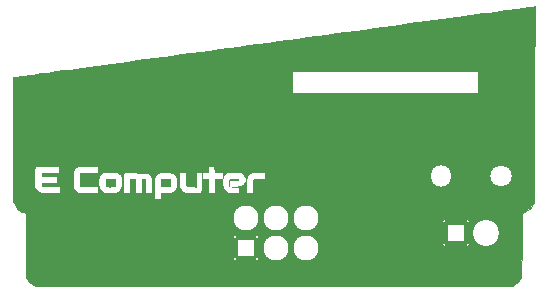
<source format=gto>
G04 #@! TF.GenerationSoftware,KiCad,Pcbnew,(7.0.0)*
G04 #@! TF.CreationDate,2023-04-17T17:46:40-04:00*
G04 #@! TF.ProjectId,AA Design THT Modify,41412044-6573-4696-976e-20544854204d,rev?*
G04 #@! TF.SameCoordinates,Original*
G04 #@! TF.FileFunction,Legend,Top*
G04 #@! TF.FilePolarity,Positive*
%FSLAX46Y46*%
G04 Gerber Fmt 4.6, Leading zero omitted, Abs format (unit mm)*
G04 Created by KiCad (PCBNEW (7.0.0)) date 2023-04-17 17:46:40*
%MOMM*%
%LPD*%
G01*
G04 APERTURE LIST*
G04 Aperture macros list*
%AMRoundRect*
0 Rectangle with rounded corners*
0 $1 Rounding radius*
0 $2 $3 $4 $5 $6 $7 $8 $9 X,Y pos of 4 corners*
0 Add a 4 corners polygon primitive as box body*
4,1,4,$2,$3,$4,$5,$6,$7,$8,$9,$2,$3,0*
0 Add four circle primitives for the rounded corners*
1,1,$1+$1,$2,$3*
1,1,$1+$1,$4,$5*
1,1,$1+$1,$6,$7*
1,1,$1+$1,$8,$9*
0 Add four rect primitives between the rounded corners*
20,1,$1+$1,$2,$3,$4,$5,0*
20,1,$1+$1,$4,$5,$6,$7,0*
20,1,$1+$1,$6,$7,$8,$9,0*
20,1,$1+$1,$8,$9,$2,$3,0*%
G04 Aperture macros list end*
%ADD10C,0.150000*%
%ADD11C,0.120000*%
%ADD12C,0.010000*%
%ADD13O,2.127200X2.127200*%
%ADD14RoundRect,0.200000X-0.863600X0.863600X-0.863600X-0.863600X0.863600X-0.863600X0.863600X0.863600X0*%
%ADD15C,2.127200*%
%ADD16RoundRect,0.200000X-0.900000X-0.900000X0.900000X-0.900000X0.900000X0.900000X-0.900000X0.900000X0*%
%ADD17C,2.200000*%
%ADD18C,1.800000*%
%ADD19O,1.800000X1.800000*%
G04 APERTURE END LIST*
D10*
G04 #@! TO.C,D3*
X79271905Y-82767380D02*
X79271905Y-81767380D01*
X79271905Y-81767380D02*
X79510000Y-81767380D01*
X79510000Y-81767380D02*
X79652857Y-81815000D01*
X79652857Y-81815000D02*
X79748095Y-81910238D01*
X79748095Y-81910238D02*
X79795714Y-82005476D01*
X79795714Y-82005476D02*
X79843333Y-82195952D01*
X79843333Y-82195952D02*
X79843333Y-82338809D01*
X79843333Y-82338809D02*
X79795714Y-82529285D01*
X79795714Y-82529285D02*
X79748095Y-82624523D01*
X79748095Y-82624523D02*
X79652857Y-82719761D01*
X79652857Y-82719761D02*
X79510000Y-82767380D01*
X79510000Y-82767380D02*
X79271905Y-82767380D01*
X80176667Y-81767380D02*
X80795714Y-81767380D01*
X80795714Y-81767380D02*
X80462381Y-82148333D01*
X80462381Y-82148333D02*
X80605238Y-82148333D01*
X80605238Y-82148333D02*
X80700476Y-82195952D01*
X80700476Y-82195952D02*
X80748095Y-82243571D01*
X80748095Y-82243571D02*
X80795714Y-82338809D01*
X80795714Y-82338809D02*
X80795714Y-82576904D01*
X80795714Y-82576904D02*
X80748095Y-82672142D01*
X80748095Y-82672142D02*
X80700476Y-82719761D01*
X80700476Y-82719761D02*
X80605238Y-82767380D01*
X80605238Y-82767380D02*
X80319524Y-82767380D01*
X80319524Y-82767380D02*
X80224286Y-82719761D01*
X80224286Y-82719761D02*
X80176667Y-82672142D01*
D11*
X77450000Y-84815000D02*
X77450000Y-87905000D01*
X82999999Y-86360462D02*
G75*
G03*
X77450001Y-84815170I-2989999J462D01*
G01*
X77450000Y-87904830D02*
G75*
G03*
X83000000Y-86359538I2560000J1544830D01*
G01*
X82510000Y-86360000D02*
G75*
G03*
X82510000Y-86360000I-2500000J0D01*
G01*
G04 #@! TO.C,G\u002A\u002A\u002A*
G36*
X49473074Y-81683359D02*
G01*
X49623311Y-81684188D01*
X49736768Y-81686385D01*
X49818988Y-81690338D01*
X49875513Y-81696437D01*
X49911884Y-81705070D01*
X49932312Y-81715587D01*
X49949602Y-81732816D01*
X49961850Y-81758914D01*
X49970247Y-81801321D01*
X49975987Y-81867478D01*
X49980260Y-81964827D01*
X49982207Y-82027122D01*
X49984004Y-82187871D01*
X49978296Y-82311126D01*
X49964239Y-82401200D01*
X49940993Y-82462406D01*
X49907716Y-82499054D01*
X49888128Y-82509115D01*
X49847273Y-82516325D01*
X49773392Y-82521746D01*
X49675528Y-82525391D01*
X49562726Y-82527271D01*
X49444031Y-82527399D01*
X49328488Y-82525786D01*
X49225140Y-82522446D01*
X49143033Y-82517389D01*
X49091211Y-82510628D01*
X49082331Y-82508038D01*
X49048466Y-82489087D01*
X49023971Y-82459478D01*
X49007410Y-82412902D01*
X48997349Y-82343051D01*
X48992353Y-82243617D01*
X48990989Y-82108293D01*
X48990989Y-82106360D01*
X48992279Y-81973414D01*
X48996554Y-81875969D01*
X49004418Y-81807258D01*
X49016476Y-81760515D01*
X49023282Y-81745135D01*
X49055576Y-81682686D01*
X49473074Y-81683359D01*
G37*
D12*
X49473074Y-81683359D02*
X49623311Y-81684188D01*
X49736768Y-81686385D01*
X49818988Y-81690338D01*
X49875513Y-81696437D01*
X49911884Y-81705070D01*
X49932312Y-81715587D01*
X49949602Y-81732816D01*
X49961850Y-81758914D01*
X49970247Y-81801321D01*
X49975987Y-81867478D01*
X49980260Y-81964827D01*
X49982207Y-82027122D01*
X49984004Y-82187871D01*
X49978296Y-82311126D01*
X49964239Y-82401200D01*
X49940993Y-82462406D01*
X49907716Y-82499054D01*
X49888128Y-82509115D01*
X49847273Y-82516325D01*
X49773392Y-82521746D01*
X49675528Y-82525391D01*
X49562726Y-82527271D01*
X49444031Y-82527399D01*
X49328488Y-82525786D01*
X49225140Y-82522446D01*
X49143033Y-82517389D01*
X49091211Y-82510628D01*
X49082331Y-82508038D01*
X49048466Y-82489087D01*
X49023971Y-82459478D01*
X49007410Y-82412902D01*
X48997349Y-82343051D01*
X48992353Y-82243617D01*
X48990989Y-82108293D01*
X48990989Y-82106360D01*
X48992279Y-81973414D01*
X48996554Y-81875969D01*
X49004418Y-81807258D01*
X49016476Y-81760515D01*
X49023282Y-81745135D01*
X49055576Y-81682686D01*
X49473074Y-81683359D01*
G36*
X41273572Y-81612503D02*
G01*
X43170172Y-81612503D01*
X43170189Y-82391769D01*
X43230890Y-82520079D01*
X43295665Y-82629052D01*
X43371726Y-82711761D01*
X43377003Y-82716036D01*
X43418993Y-82748888D01*
X43456921Y-82775637D01*
X43495523Y-82796915D01*
X43539533Y-82813354D01*
X43593687Y-82825588D01*
X43662720Y-82834248D01*
X43751366Y-82839966D01*
X43864360Y-82843376D01*
X44006438Y-82845110D01*
X44182334Y-82845799D01*
X44350197Y-82846024D01*
X45096322Y-82846853D01*
X45096322Y-82487019D01*
X44381365Y-82487019D01*
X44184285Y-82486790D01*
X44025208Y-82485979D01*
X43899808Y-82484398D01*
X43803757Y-82481861D01*
X43732727Y-82478179D01*
X43682390Y-82473167D01*
X43648420Y-82466636D01*
X43626487Y-82458401D01*
X43619365Y-82454069D01*
X43605989Y-82443859D01*
X43595424Y-82430959D01*
X43587339Y-82410668D01*
X43581401Y-82378286D01*
X43577280Y-82329112D01*
X43574644Y-82258447D01*
X43573161Y-82161589D01*
X43572499Y-82033840D01*
X43572328Y-81870497D01*
X43572322Y-81787319D01*
X43572322Y-81661519D01*
X43741655Y-81661519D01*
X43741655Y-82042519D01*
X44926989Y-82042519D01*
X44926989Y-81661519D01*
X43741655Y-81661519D01*
X43572322Y-81661519D01*
X43572322Y-81634999D01*
X46431986Y-81634999D01*
X46433572Y-81841436D01*
X46435659Y-82022912D01*
X46437826Y-82167147D01*
X46440446Y-82279231D01*
X46443890Y-82364254D01*
X46448532Y-82427308D01*
X46454745Y-82473482D01*
X46462899Y-82507868D01*
X46473369Y-82535556D01*
X46486237Y-82561103D01*
X46537908Y-82638218D01*
X46605756Y-82715228D01*
X46677881Y-82780188D01*
X46742385Y-82821151D01*
X46747322Y-82823217D01*
X46782142Y-82828646D01*
X46855263Y-82833514D01*
X46962654Y-82837709D01*
X47100285Y-82841122D01*
X47264126Y-82843640D01*
X47450147Y-82845153D01*
X47556947Y-82845511D01*
X48313655Y-82846853D01*
X48313655Y-82487019D01*
X46877394Y-82487019D01*
X46832588Y-82430057D01*
X46819327Y-82411756D01*
X46809050Y-82391195D01*
X46801444Y-82363232D01*
X46796198Y-82322721D01*
X46793000Y-82264518D01*
X46791538Y-82183479D01*
X46791530Y-82156865D01*
X48590250Y-82156865D01*
X48591026Y-82253338D01*
X48595577Y-82325550D01*
X48604572Y-82382501D01*
X48618679Y-82433193D01*
X48623878Y-82448165D01*
X48687076Y-82571328D01*
X48779715Y-82684460D01*
X48889610Y-82773561D01*
X48924806Y-82793870D01*
X48958257Y-82810456D01*
X48990655Y-82823010D01*
X49028311Y-82832108D01*
X49077532Y-82838325D01*
X49144627Y-82842239D01*
X49235905Y-82844424D01*
X49357675Y-82845456D01*
X49494540Y-82845867D01*
X49650142Y-82845897D01*
X49769551Y-82844953D01*
X49858905Y-82842586D01*
X49924339Y-82838348D01*
X49971991Y-82831789D01*
X50007998Y-82822460D01*
X50038497Y-82809913D01*
X50047587Y-82805404D01*
X50145225Y-82737703D01*
X50231138Y-82645095D01*
X50297796Y-82538760D01*
X50337669Y-82429881D01*
X50345655Y-82362855D01*
X50354018Y-82326949D01*
X50366822Y-82317686D01*
X50375706Y-82297216D01*
X50382389Y-82238512D01*
X50386575Y-82145626D01*
X50386628Y-82141050D01*
X50387972Y-82026644D01*
X50387469Y-81908274D01*
X50385039Y-81822444D01*
X50379269Y-81759364D01*
X50368752Y-81709244D01*
X50352077Y-81662294D01*
X50327835Y-81608724D01*
X50327777Y-81608603D01*
X50269448Y-81510415D01*
X50194171Y-81418877D01*
X50112473Y-81345108D01*
X50036254Y-81300741D01*
X49999930Y-81294790D01*
X49928279Y-81289532D01*
X49828303Y-81285240D01*
X49707006Y-81282188D01*
X49571391Y-81280650D01*
X49518174Y-81280519D01*
X49053281Y-81280519D01*
X48929710Y-81342898D01*
X48814091Y-81415108D01*
X48723392Y-81506307D01*
X48646434Y-81627304D01*
X48627836Y-81667209D01*
X48614493Y-81711034D01*
X48605273Y-81767179D01*
X48599046Y-81844043D01*
X48594679Y-81950028D01*
X48592578Y-82027130D01*
X48590250Y-82156865D01*
X46791530Y-82156865D01*
X46791502Y-82074461D01*
X46792579Y-81932318D01*
X46794010Y-81793325D01*
X46796015Y-81621090D01*
X46798146Y-81486282D01*
X46800782Y-81383996D01*
X46804306Y-81309325D01*
X46809097Y-81257365D01*
X46815537Y-81223209D01*
X46824005Y-81201953D01*
X46834883Y-81188690D01*
X46841326Y-81183537D01*
X46859671Y-81175160D01*
X46892087Y-81168427D01*
X46942643Y-81163176D01*
X47015406Y-81159247D01*
X47114444Y-81156479D01*
X47243826Y-81154709D01*
X47407619Y-81153776D01*
X47598034Y-81153519D01*
X48313655Y-81153519D01*
X48313655Y-80772519D01*
X47614626Y-80772519D01*
X47421825Y-80772682D01*
X47266311Y-80773345D01*
X47143039Y-80774769D01*
X47046963Y-80777214D01*
X46973037Y-80780941D01*
X46916216Y-80786210D01*
X46871455Y-80793283D01*
X46833707Y-80802419D01*
X46797928Y-80813881D01*
X46795141Y-80814856D01*
X46692858Y-80864878D01*
X46595595Y-80937126D01*
X46514403Y-81021482D01*
X46460331Y-81107831D01*
X46452268Y-81128778D01*
X46444183Y-81169317D01*
X46438191Y-81237219D01*
X46434214Y-81335474D01*
X46432171Y-81467071D01*
X46431986Y-81634999D01*
X43572322Y-81634999D01*
X43572322Y-81153519D01*
X45032822Y-81153519D01*
X45032822Y-80751353D01*
X44123400Y-80751353D01*
X43903353Y-80751417D01*
X43721823Y-80751720D01*
X43574995Y-80752432D01*
X43459053Y-80753719D01*
X43370180Y-80755749D01*
X43304562Y-80758690D01*
X43258383Y-80762709D01*
X43227825Y-80767975D01*
X43209075Y-80774654D01*
X43198315Y-80782916D01*
X43192067Y-80792294D01*
X43185788Y-80825778D01*
X43180499Y-80899775D01*
X43176247Y-81012475D01*
X43173080Y-81162067D01*
X43171047Y-81346742D01*
X43170196Y-81564688D01*
X43170172Y-81612503D01*
X41273572Y-81612503D01*
X41264741Y-73177140D01*
X41323157Y-73165093D01*
X41346230Y-73161801D01*
X41410191Y-73152959D01*
X41513981Y-73138711D01*
X41656540Y-73119201D01*
X41836807Y-73094572D01*
X42053724Y-73064970D01*
X42306228Y-73030538D01*
X42593261Y-72991419D01*
X42913763Y-72947759D01*
X43266673Y-72899700D01*
X43650932Y-72847387D01*
X44065480Y-72790964D01*
X44208373Y-72771519D01*
X64992989Y-72771519D01*
X64992989Y-74401353D01*
X80508155Y-74401353D01*
X80508155Y-72771519D01*
X64992989Y-72771519D01*
X44208373Y-72771519D01*
X44509256Y-72730575D01*
X44981200Y-72666364D01*
X45480253Y-72598475D01*
X46005355Y-72527051D01*
X46555445Y-72452237D01*
X47129463Y-72374177D01*
X47726350Y-72293015D01*
X48345046Y-72208894D01*
X48984490Y-72121959D01*
X49643622Y-72032354D01*
X50321383Y-71940223D01*
X51016712Y-71845709D01*
X51728549Y-71748957D01*
X52455835Y-71650110D01*
X53197510Y-71549314D01*
X53952512Y-71446710D01*
X54719784Y-71342445D01*
X55498263Y-71236661D01*
X56286891Y-71129502D01*
X57084607Y-71021113D01*
X57890351Y-70911638D01*
X58703064Y-70801220D01*
X59521685Y-70690004D01*
X60345155Y-70578133D01*
X61172412Y-70465752D01*
X62002398Y-70353004D01*
X62834053Y-70240033D01*
X63666315Y-70126984D01*
X64498126Y-70014001D01*
X65328425Y-69901227D01*
X66156152Y-69788806D01*
X66980247Y-69676882D01*
X67799651Y-69565600D01*
X68613303Y-69455104D01*
X69420143Y-69345536D01*
X70219111Y-69237042D01*
X71009147Y-69129765D01*
X71789191Y-69023850D01*
X72558184Y-68919440D01*
X73315065Y-68816679D01*
X74058774Y-68715711D01*
X74788251Y-68616680D01*
X75502436Y-68519731D01*
X76200269Y-68425007D01*
X76880690Y-68332652D01*
X77542639Y-68242810D01*
X78185057Y-68155625D01*
X78806882Y-68071242D01*
X79407056Y-67989803D01*
X79984517Y-67911454D01*
X80538206Y-67836338D01*
X81067064Y-67764599D01*
X81570029Y-67696381D01*
X82046043Y-67631828D01*
X82494044Y-67571083D01*
X82912974Y-67514292D01*
X83301771Y-67461598D01*
X83659376Y-67413145D01*
X83984730Y-67369077D01*
X84276771Y-67329538D01*
X84534440Y-67294672D01*
X84756677Y-67264622D01*
X84942422Y-67239534D01*
X85090615Y-67219550D01*
X85200195Y-67204816D01*
X85270104Y-67195474D01*
X85299275Y-67191670D01*
X85423144Y-67177183D01*
X85407855Y-74117726D01*
X85406593Y-74672905D01*
X85405265Y-75224697D01*
X85403876Y-75771116D01*
X85402435Y-76310173D01*
X85400948Y-76839879D01*
X85399424Y-77358247D01*
X85397868Y-77863288D01*
X85396290Y-78353014D01*
X85394695Y-78825436D01*
X85393091Y-79278567D01*
X85391486Y-79710419D01*
X85389887Y-80119002D01*
X85388301Y-80502329D01*
X85386735Y-80858412D01*
X85385198Y-81185263D01*
X85383695Y-81480893D01*
X85382235Y-81743313D01*
X85380825Y-81970537D01*
X85379471Y-82160575D01*
X85378182Y-82311440D01*
X85377456Y-82381186D01*
X85374327Y-82651190D01*
X85371484Y-82882249D01*
X85368788Y-83077748D01*
X85366098Y-83241072D01*
X85363275Y-83375609D01*
X85360178Y-83484743D01*
X85356669Y-83571861D01*
X85352606Y-83640347D01*
X85347850Y-83693588D01*
X85342261Y-83734969D01*
X85335698Y-83767876D01*
X85328023Y-83795695D01*
X85319096Y-83821812D01*
X85317764Y-83825453D01*
X85221852Y-84025948D01*
X85089536Y-84207178D01*
X84923195Y-84366852D01*
X84725204Y-84502681D01*
X84502726Y-84610465D01*
X84328739Y-84680205D01*
X84318155Y-87335404D01*
X84307572Y-89990603D01*
X84251401Y-90121529D01*
X84196010Y-90235124D01*
X84127745Y-90352259D01*
X84056055Y-90457737D01*
X83998927Y-90527478D01*
X83947826Y-90572053D01*
X83870567Y-90627794D01*
X83778967Y-90687154D01*
X83684841Y-90742588D01*
X83600004Y-90786551D01*
X83577322Y-90796720D01*
X83571561Y-90798956D01*
X83564452Y-90801109D01*
X83555199Y-90803179D01*
X83543006Y-90805170D01*
X83527076Y-90807082D01*
X83506613Y-90808918D01*
X83480821Y-90810678D01*
X83448904Y-90812365D01*
X83410064Y-90813980D01*
X83363507Y-90815525D01*
X83308436Y-90817002D01*
X83244054Y-90818413D01*
X83169566Y-90819758D01*
X83084175Y-90821040D01*
X82987084Y-90822261D01*
X82877498Y-90823422D01*
X82754621Y-90824524D01*
X82617656Y-90825570D01*
X82465806Y-90826562D01*
X82298276Y-90827500D01*
X82114269Y-90828387D01*
X81912990Y-90829225D01*
X81693641Y-90830014D01*
X81455427Y-90830757D01*
X81197551Y-90831455D01*
X80919218Y-90832111D01*
X80619630Y-90832725D01*
X80297992Y-90833300D01*
X79953507Y-90833837D01*
X79585379Y-90834338D01*
X79192813Y-90834804D01*
X78775010Y-90835238D01*
X78331177Y-90835641D01*
X77860515Y-90836014D01*
X77362229Y-90836359D01*
X76835523Y-90836679D01*
X76279600Y-90836974D01*
X75693664Y-90837247D01*
X75076919Y-90837499D01*
X74428569Y-90837731D01*
X73747817Y-90837947D01*
X73033868Y-90838146D01*
X72285924Y-90838331D01*
X71503190Y-90838504D01*
X70684869Y-90838666D01*
X69830165Y-90838819D01*
X68938283Y-90838965D01*
X68008424Y-90839104D01*
X67039795Y-90839241D01*
X66031597Y-90839374D01*
X64983035Y-90839507D01*
X63893313Y-90839642D01*
X63363155Y-90839706D01*
X62440975Y-90839808D01*
X61529019Y-90839889D01*
X60628209Y-90839950D01*
X59739467Y-90839991D01*
X58863717Y-90840013D01*
X58001880Y-90840015D01*
X57154880Y-90839998D01*
X56323637Y-90839962D01*
X55509075Y-90839908D01*
X54712116Y-90839836D01*
X53933683Y-90839746D01*
X53174697Y-90839639D01*
X52436081Y-90839514D01*
X51718759Y-90839373D01*
X51023651Y-90839215D01*
X50351681Y-90839041D01*
X49703770Y-90838852D01*
X49080842Y-90838647D01*
X48483818Y-90838426D01*
X47913621Y-90838191D01*
X47371174Y-90837941D01*
X46857398Y-90837677D01*
X46373217Y-90837399D01*
X45919552Y-90837108D01*
X45497326Y-90836803D01*
X45107462Y-90836485D01*
X44750881Y-90836154D01*
X44428506Y-90835812D01*
X44141260Y-90835457D01*
X43890065Y-90835090D01*
X43675843Y-90834712D01*
X43499517Y-90834323D01*
X43362009Y-90833924D01*
X43264242Y-90833513D01*
X43207138Y-90833093D01*
X43191322Y-90832745D01*
X43124790Y-90812507D01*
X43035650Y-90774126D01*
X42935921Y-90723815D01*
X42837621Y-90667785D01*
X42752769Y-90612249D01*
X42726414Y-90592458D01*
X42628383Y-90497330D01*
X42532956Y-90372903D01*
X42448658Y-90231795D01*
X42384015Y-90086623D01*
X42383281Y-90084594D01*
X42334072Y-89948269D01*
X42328305Y-87312438D01*
X42322538Y-84676606D01*
X42164023Y-84616085D01*
X42008470Y-84548265D01*
X41862240Y-84468703D01*
X41734955Y-84383410D01*
X41636238Y-84298400D01*
X41610617Y-84270303D01*
X41483679Y-84103650D01*
X41383227Y-83938976D01*
X41323972Y-83809936D01*
X41275739Y-83682936D01*
X41275440Y-83397186D01*
X53308989Y-83397186D01*
X53689989Y-83397186D01*
X53689989Y-82573198D01*
X53690158Y-82361803D01*
X53690768Y-82188781D01*
X53691973Y-82050168D01*
X53693926Y-81942005D01*
X53696781Y-81860331D01*
X53700691Y-81801185D01*
X53705811Y-81760605D01*
X53712294Y-81734632D01*
X53720294Y-81719303D01*
X53723250Y-81715948D01*
X53740952Y-81704182D01*
X53770995Y-81695478D01*
X53819100Y-81689407D01*
X53890988Y-81685540D01*
X53992383Y-81683451D01*
X54129005Y-81682710D01*
X54167750Y-81682686D01*
X54325178Y-81682296D01*
X54445336Y-81683836D01*
X54533233Y-81691368D01*
X54593878Y-81708954D01*
X54632281Y-81740657D01*
X54653451Y-81790539D01*
X54662398Y-81862662D01*
X54664130Y-81961089D01*
X54663655Y-82084853D01*
X54663970Y-82217342D01*
X54661424Y-82317094D01*
X54650782Y-82388734D01*
X54626808Y-82436889D01*
X54584267Y-82466187D01*
X54517923Y-82481253D01*
X54422541Y-82486715D01*
X54292886Y-82487199D01*
X54208572Y-82487019D01*
X53838155Y-82487019D01*
X53838155Y-82846853D01*
X54238944Y-82846853D01*
X54368554Y-82845790D01*
X54486624Y-82842837D01*
X54585416Y-82838343D01*
X54657195Y-82832658D01*
X54693865Y-82826271D01*
X54760433Y-82787651D01*
X54835622Y-82724172D01*
X54907441Y-82647954D01*
X54963902Y-82571116D01*
X54984104Y-82532889D01*
X54998934Y-82492431D01*
X55009602Y-82445830D01*
X55016750Y-82385621D01*
X55021018Y-82304336D01*
X55023046Y-82194509D01*
X55023489Y-82073892D01*
X55022329Y-81949589D01*
X55019118Y-81836765D01*
X55016797Y-81792308D01*
X55404489Y-81792308D01*
X55404841Y-81958877D01*
X55406342Y-82090056D01*
X55409658Y-82192782D01*
X55415456Y-82273996D01*
X55424402Y-82340637D01*
X55437163Y-82399645D01*
X55454406Y-82457959D01*
X55473828Y-82514248D01*
X55500674Y-82558149D01*
X55551005Y-82617065D01*
X55615437Y-82682214D01*
X55684581Y-82744817D01*
X55749051Y-82796092D01*
X55799460Y-82827257D01*
X55813644Y-82832137D01*
X55846316Y-82834587D01*
X55915362Y-82836991D01*
X56014822Y-82839238D01*
X56138739Y-82841216D01*
X56281152Y-82842813D01*
X56436103Y-82843919D01*
X56446202Y-82843970D01*
X56619241Y-82844692D01*
X56754761Y-82844756D01*
X56857572Y-82843861D01*
X56932486Y-82841707D01*
X56984315Y-82837992D01*
X57017871Y-82832416D01*
X57037966Y-82824677D01*
X57049411Y-82814475D01*
X57054744Y-82805911D01*
X57073200Y-82751196D01*
X57076655Y-82721244D01*
X57088387Y-82687153D01*
X57129572Y-82677519D01*
X57182489Y-82677519D01*
X57182489Y-81682686D01*
X57351822Y-81682686D01*
X57859822Y-81682686D01*
X57859822Y-82889186D01*
X58219655Y-82889186D01*
X61119489Y-82889186D01*
X61479322Y-82889186D01*
X61479322Y-82348385D01*
X61479735Y-82175590D01*
X61481157Y-82040033D01*
X61483860Y-81936623D01*
X61488115Y-81860272D01*
X61494197Y-81805890D01*
X61502377Y-81768387D01*
X61511615Y-81745135D01*
X61543909Y-81682686D01*
X62474155Y-81682686D01*
X62474155Y-81322853D01*
X61988700Y-81322853D01*
X61846475Y-81323729D01*
X61715884Y-81326186D01*
X61603758Y-81329962D01*
X61516923Y-81334796D01*
X61462210Y-81340429D01*
X61449112Y-81343434D01*
X61382544Y-81382054D01*
X61307355Y-81445533D01*
X61235536Y-81521751D01*
X61179075Y-81598589D01*
X61158873Y-81636816D01*
X61147026Y-81668092D01*
X61137795Y-81703786D01*
X61130862Y-81749341D01*
X61125906Y-81810200D01*
X61122610Y-81891804D01*
X61120655Y-81999596D01*
X61119720Y-82139020D01*
X61119489Y-82308857D01*
X61119489Y-82889186D01*
X58219655Y-82889186D01*
X58219655Y-82111441D01*
X59086912Y-82111441D01*
X59089765Y-82231949D01*
X59095651Y-82342134D01*
X59104438Y-82432089D01*
X59115993Y-82491909D01*
X59118938Y-82500149D01*
X59192848Y-82627284D01*
X59295623Y-82732632D01*
X59388439Y-82792272D01*
X59429034Y-82811623D01*
X59466561Y-82825762D01*
X59508448Y-82835506D01*
X59562126Y-82841671D01*
X59635026Y-82845073D01*
X59734577Y-82846528D01*
X59868209Y-82846851D01*
X59885394Y-82846853D01*
X60272822Y-82846853D01*
X60272822Y-82532081D01*
X59905591Y-82525425D01*
X59758723Y-82521783D01*
X59649537Y-82516646D01*
X59573394Y-82509601D01*
X59525657Y-82500237D01*
X59503424Y-82489719D01*
X59488557Y-82456269D01*
X59477227Y-82389489D01*
X59469433Y-82298234D01*
X59465174Y-82191358D01*
X59464448Y-82077717D01*
X59467255Y-81966166D01*
X59473593Y-81865560D01*
X59483462Y-81784753D01*
X59496860Y-81732601D01*
X59503519Y-81721394D01*
X59519300Y-81707848D01*
X59542612Y-81697861D01*
X59579496Y-81690901D01*
X59635996Y-81686437D01*
X59718155Y-81683936D01*
X59832015Y-81682868D01*
X59943309Y-81682686D01*
X60101478Y-81683397D01*
X60222296Y-81686489D01*
X60310739Y-81693401D01*
X60371778Y-81705570D01*
X60410386Y-81724435D01*
X60431538Y-81751434D01*
X60440206Y-81788006D01*
X60441482Y-81826761D01*
X60439718Y-81877622D01*
X60431838Y-81915675D01*
X60412466Y-81942777D01*
X60376226Y-81960786D01*
X60317740Y-81971557D01*
X60231634Y-81976947D01*
X60112530Y-81978814D01*
X60000613Y-81979019D01*
X59616655Y-81979019D01*
X59616655Y-82317686D01*
X60041040Y-82317686D01*
X60196108Y-82317286D01*
X60315722Y-82315072D01*
X60406761Y-82309520D01*
X60411176Y-82308857D01*
X60476104Y-82299108D01*
X60530629Y-82282313D01*
X60577215Y-82257612D01*
X60622741Y-82223482D01*
X60674085Y-82178400D01*
X60675348Y-82177260D01*
X60748262Y-82088452D01*
X60805108Y-81975177D01*
X60838545Y-81854389D01*
X60844322Y-81786882D01*
X60824158Y-81675057D01*
X60767199Y-81565891D01*
X60678749Y-81466525D01*
X60564106Y-81384099D01*
X60532957Y-81367468D01*
X60501868Y-81353183D01*
X60469067Y-81342310D01*
X60428513Y-81334388D01*
X60374162Y-81328953D01*
X60299974Y-81325545D01*
X60199906Y-81323702D01*
X60067915Y-81322962D01*
X59949211Y-81322853D01*
X59454580Y-81322853D01*
X59352716Y-81390324D01*
X59253087Y-81476810D01*
X59169332Y-81588195D01*
X59113311Y-81708261D01*
X59108509Y-81724288D01*
X59097893Y-81787033D01*
X59090843Y-81879077D01*
X59087228Y-81990515D01*
X59086912Y-82111441D01*
X58219655Y-82111441D01*
X58219655Y-81682686D01*
X58896989Y-81682686D01*
X58896989Y-81322853D01*
X58219655Y-81322853D01*
X58219655Y-80772519D01*
X57861087Y-80772519D01*
X57849239Y-81312269D01*
X57600530Y-81318233D01*
X57351822Y-81324196D01*
X57351822Y-81682686D01*
X57182489Y-81682686D01*
X57182489Y-81324196D01*
X57182489Y-81322853D01*
X56822655Y-81322853D01*
X56822655Y-82529353D01*
X56493362Y-82529353D01*
X56371110Y-82527820D01*
X56256168Y-82523602D01*
X56158730Y-82517271D01*
X56088989Y-82509397D01*
X56069876Y-82505635D01*
X55971853Y-82464873D01*
X55883998Y-82399414D01*
X55817332Y-82319381D01*
X55784635Y-82243603D01*
X55778725Y-82196779D01*
X55773495Y-82115547D01*
X55769246Y-82007830D01*
X55766276Y-81881552D01*
X55764886Y-81744636D01*
X55764827Y-81719728D01*
X55764322Y-81280519D01*
X55404489Y-81280519D01*
X55404489Y-81792308D01*
X55016797Y-81792308D01*
X55014256Y-81743624D01*
X55008144Y-81678372D01*
X55002907Y-81652476D01*
X54965943Y-81588589D01*
X54904741Y-81514766D01*
X54831225Y-81443086D01*
X54757318Y-81385625D01*
X54716572Y-81362456D01*
X54683799Y-81349599D01*
X54645185Y-81339884D01*
X54594589Y-81332878D01*
X54525868Y-81328150D01*
X54432880Y-81325267D01*
X54309484Y-81323797D01*
X54160104Y-81323317D01*
X53990082Y-81323701D01*
X53856244Y-81326232D01*
X53752443Y-81332421D01*
X53672535Y-81343777D01*
X53610373Y-81361811D01*
X53559813Y-81388032D01*
X53514708Y-81423950D01*
X53468914Y-81471076D01*
X53443858Y-81499290D01*
X53411511Y-81537318D01*
X53384797Y-81573604D01*
X53363177Y-81612470D01*
X53346113Y-81658239D01*
X53333066Y-81715234D01*
X53323498Y-81787777D01*
X53316871Y-81880192D01*
X53312645Y-81996802D01*
X53310282Y-82141928D01*
X53309244Y-82319895D01*
X53308992Y-82535024D01*
X53308989Y-82581936D01*
X53308989Y-83397186D01*
X41275440Y-83397186D01*
X41274908Y-82889186D01*
X50684322Y-82889186D01*
X51065322Y-82889186D01*
X51065322Y-81682686D01*
X51349536Y-81682686D01*
X51453678Y-81682108D01*
X51536398Y-81683275D01*
X51600149Y-81690537D01*
X51647388Y-81708244D01*
X51680569Y-81740746D01*
X51702149Y-81792395D01*
X51714581Y-81867539D01*
X51720323Y-81970530D01*
X51721828Y-82105717D01*
X51721552Y-82277451D01*
X51721489Y-82341707D01*
X51721489Y-82889186D01*
X52081322Y-82889186D01*
X52081322Y-82354588D01*
X52080556Y-82204476D01*
X52078401Y-82065098D01*
X52075076Y-81943096D01*
X52070796Y-81845117D01*
X52065779Y-81777806D01*
X52061633Y-81751338D01*
X52041944Y-81682686D01*
X52262716Y-81682686D01*
X52349020Y-81682157D01*
X52417384Y-81683501D01*
X52469889Y-81691117D01*
X52508617Y-81709404D01*
X52535647Y-81742760D01*
X52553061Y-81795582D01*
X52562940Y-81872270D01*
X52567365Y-81977221D01*
X52568416Y-82114835D01*
X52568175Y-82289509D01*
X52568155Y-82328269D01*
X52568155Y-82889186D01*
X52930441Y-82889186D01*
X52927032Y-82581936D01*
X52923923Y-82301811D01*
X52921832Y-82127770D01*
X52919594Y-81990711D01*
X52916792Y-81885283D01*
X52913010Y-81806137D01*
X52907832Y-81747922D01*
X52900842Y-81705288D01*
X52891623Y-81672883D01*
X52879759Y-81645359D01*
X52871635Y-81629769D01*
X52824765Y-81558511D01*
X52767108Y-81490019D01*
X52755218Y-81478233D01*
X52698784Y-81429862D01*
X52641493Y-81394467D01*
X52575460Y-81370121D01*
X52492796Y-81354897D01*
X52385615Y-81346869D01*
X52246029Y-81344111D01*
X52205737Y-81344019D01*
X51890822Y-81344019D01*
X51890822Y-81396936D01*
X51881467Y-81439430D01*
X51859157Y-81448496D01*
X51836823Y-81426934D01*
X51810179Y-81405588D01*
X51758654Y-81377449D01*
X51727985Y-81363434D01*
X51690935Y-81349466D01*
X51649642Y-81339074D01*
X51597435Y-81331746D01*
X51527645Y-81326973D01*
X51433602Y-81324244D01*
X51308634Y-81323050D01*
X51197525Y-81322853D01*
X51047795Y-81323252D01*
X50934668Y-81324731D01*
X50852422Y-81327712D01*
X50795331Y-81332619D01*
X50757672Y-81339874D01*
X50733720Y-81349899D01*
X50723030Y-81357883D01*
X50712767Y-81369502D01*
X50704490Y-81386717D01*
X50697987Y-81413818D01*
X50693046Y-81455094D01*
X50689456Y-81514836D01*
X50687004Y-81597334D01*
X50685478Y-81706877D01*
X50684665Y-81847756D01*
X50684355Y-82024260D01*
X50684322Y-82141050D01*
X50684322Y-82889186D01*
X41274908Y-82889186D01*
X41273572Y-81612503D01*
G37*
X41273572Y-81612503D02*
X43170172Y-81612503D01*
X43170189Y-82391769D01*
X43230890Y-82520079D01*
X43295665Y-82629052D01*
X43371726Y-82711761D01*
X43377003Y-82716036D01*
X43418993Y-82748888D01*
X43456921Y-82775637D01*
X43495523Y-82796915D01*
X43539533Y-82813354D01*
X43593687Y-82825588D01*
X43662720Y-82834248D01*
X43751366Y-82839966D01*
X43864360Y-82843376D01*
X44006438Y-82845110D01*
X44182334Y-82845799D01*
X44350197Y-82846024D01*
X45096322Y-82846853D01*
X45096322Y-82487019D01*
X44381365Y-82487019D01*
X44184285Y-82486790D01*
X44025208Y-82485979D01*
X43899808Y-82484398D01*
X43803757Y-82481861D01*
X43732727Y-82478179D01*
X43682390Y-82473167D01*
X43648420Y-82466636D01*
X43626487Y-82458401D01*
X43619365Y-82454069D01*
X43605989Y-82443859D01*
X43595424Y-82430959D01*
X43587339Y-82410668D01*
X43581401Y-82378286D01*
X43577280Y-82329112D01*
X43574644Y-82258447D01*
X43573161Y-82161589D01*
X43572499Y-82033840D01*
X43572328Y-81870497D01*
X43572322Y-81787319D01*
X43572322Y-81661519D01*
X43741655Y-81661519D01*
X43741655Y-82042519D01*
X44926989Y-82042519D01*
X44926989Y-81661519D01*
X43741655Y-81661519D01*
X43572322Y-81661519D01*
X43572322Y-81634999D01*
X46431986Y-81634999D01*
X46433572Y-81841436D01*
X46435659Y-82022912D01*
X46437826Y-82167147D01*
X46440446Y-82279231D01*
X46443890Y-82364254D01*
X46448532Y-82427308D01*
X46454745Y-82473482D01*
X46462899Y-82507868D01*
X46473369Y-82535556D01*
X46486237Y-82561103D01*
X46537908Y-82638218D01*
X46605756Y-82715228D01*
X46677881Y-82780188D01*
X46742385Y-82821151D01*
X46747322Y-82823217D01*
X46782142Y-82828646D01*
X46855263Y-82833514D01*
X46962654Y-82837709D01*
X47100285Y-82841122D01*
X47264126Y-82843640D01*
X47450147Y-82845153D01*
X47556947Y-82845511D01*
X48313655Y-82846853D01*
X48313655Y-82487019D01*
X46877394Y-82487019D01*
X46832588Y-82430057D01*
X46819327Y-82411756D01*
X46809050Y-82391195D01*
X46801444Y-82363232D01*
X46796198Y-82322721D01*
X46793000Y-82264518D01*
X46791538Y-82183479D01*
X46791530Y-82156865D01*
X48590250Y-82156865D01*
X48591026Y-82253338D01*
X48595577Y-82325550D01*
X48604572Y-82382501D01*
X48618679Y-82433193D01*
X48623878Y-82448165D01*
X48687076Y-82571328D01*
X48779715Y-82684460D01*
X48889610Y-82773561D01*
X48924806Y-82793870D01*
X48958257Y-82810456D01*
X48990655Y-82823010D01*
X49028311Y-82832108D01*
X49077532Y-82838325D01*
X49144627Y-82842239D01*
X49235905Y-82844424D01*
X49357675Y-82845456D01*
X49494540Y-82845867D01*
X49650142Y-82845897D01*
X49769551Y-82844953D01*
X49858905Y-82842586D01*
X49924339Y-82838348D01*
X49971991Y-82831789D01*
X50007998Y-82822460D01*
X50038497Y-82809913D01*
X50047587Y-82805404D01*
X50145225Y-82737703D01*
X50231138Y-82645095D01*
X50297796Y-82538760D01*
X50337669Y-82429881D01*
X50345655Y-82362855D01*
X50354018Y-82326949D01*
X50366822Y-82317686D01*
X50375706Y-82297216D01*
X50382389Y-82238512D01*
X50386575Y-82145626D01*
X50386628Y-82141050D01*
X50387972Y-82026644D01*
X50387469Y-81908274D01*
X50385039Y-81822444D01*
X50379269Y-81759364D01*
X50368752Y-81709244D01*
X50352077Y-81662294D01*
X50327835Y-81608724D01*
X50327777Y-81608603D01*
X50269448Y-81510415D01*
X50194171Y-81418877D01*
X50112473Y-81345108D01*
X50036254Y-81300741D01*
X49999930Y-81294790D01*
X49928279Y-81289532D01*
X49828303Y-81285240D01*
X49707006Y-81282188D01*
X49571391Y-81280650D01*
X49518174Y-81280519D01*
X49053281Y-81280519D01*
X48929710Y-81342898D01*
X48814091Y-81415108D01*
X48723392Y-81506307D01*
X48646434Y-81627304D01*
X48627836Y-81667209D01*
X48614493Y-81711034D01*
X48605273Y-81767179D01*
X48599046Y-81844043D01*
X48594679Y-81950028D01*
X48592578Y-82027130D01*
X48590250Y-82156865D01*
X46791530Y-82156865D01*
X46791502Y-82074461D01*
X46792579Y-81932318D01*
X46794010Y-81793325D01*
X46796015Y-81621090D01*
X46798146Y-81486282D01*
X46800782Y-81383996D01*
X46804306Y-81309325D01*
X46809097Y-81257365D01*
X46815537Y-81223209D01*
X46824005Y-81201953D01*
X46834883Y-81188690D01*
X46841326Y-81183537D01*
X46859671Y-81175160D01*
X46892087Y-81168427D01*
X46942643Y-81163176D01*
X47015406Y-81159247D01*
X47114444Y-81156479D01*
X47243826Y-81154709D01*
X47407619Y-81153776D01*
X47598034Y-81153519D01*
X48313655Y-81153519D01*
X48313655Y-80772519D01*
X47614626Y-80772519D01*
X47421825Y-80772682D01*
X47266311Y-80773345D01*
X47143039Y-80774769D01*
X47046963Y-80777214D01*
X46973037Y-80780941D01*
X46916216Y-80786210D01*
X46871455Y-80793283D01*
X46833707Y-80802419D01*
X46797928Y-80813881D01*
X46795141Y-80814856D01*
X46692858Y-80864878D01*
X46595595Y-80937126D01*
X46514403Y-81021482D01*
X46460331Y-81107831D01*
X46452268Y-81128778D01*
X46444183Y-81169317D01*
X46438191Y-81237219D01*
X46434214Y-81335474D01*
X46432171Y-81467071D01*
X46431986Y-81634999D01*
X43572322Y-81634999D01*
X43572322Y-81153519D01*
X45032822Y-81153519D01*
X45032822Y-80751353D01*
X44123400Y-80751353D01*
X43903353Y-80751417D01*
X43721823Y-80751720D01*
X43574995Y-80752432D01*
X43459053Y-80753719D01*
X43370180Y-80755749D01*
X43304562Y-80758690D01*
X43258383Y-80762709D01*
X43227825Y-80767975D01*
X43209075Y-80774654D01*
X43198315Y-80782916D01*
X43192067Y-80792294D01*
X43185788Y-80825778D01*
X43180499Y-80899775D01*
X43176247Y-81012475D01*
X43173080Y-81162067D01*
X43171047Y-81346742D01*
X43170196Y-81564688D01*
X43170172Y-81612503D01*
X41273572Y-81612503D01*
X41264741Y-73177140D01*
X41323157Y-73165093D01*
X41346230Y-73161801D01*
X41410191Y-73152959D01*
X41513981Y-73138711D01*
X41656540Y-73119201D01*
X41836807Y-73094572D01*
X42053724Y-73064970D01*
X42306228Y-73030538D01*
X42593261Y-72991419D01*
X42913763Y-72947759D01*
X43266673Y-72899700D01*
X43650932Y-72847387D01*
X44065480Y-72790964D01*
X44208373Y-72771519D01*
X64992989Y-72771519D01*
X64992989Y-74401353D01*
X80508155Y-74401353D01*
X80508155Y-72771519D01*
X64992989Y-72771519D01*
X44208373Y-72771519D01*
X44509256Y-72730575D01*
X44981200Y-72666364D01*
X45480253Y-72598475D01*
X46005355Y-72527051D01*
X46555445Y-72452237D01*
X47129463Y-72374177D01*
X47726350Y-72293015D01*
X48345046Y-72208894D01*
X48984490Y-72121959D01*
X49643622Y-72032354D01*
X50321383Y-71940223D01*
X51016712Y-71845709D01*
X51728549Y-71748957D01*
X52455835Y-71650110D01*
X53197510Y-71549314D01*
X53952512Y-71446710D01*
X54719784Y-71342445D01*
X55498263Y-71236661D01*
X56286891Y-71129502D01*
X57084607Y-71021113D01*
X57890351Y-70911638D01*
X58703064Y-70801220D01*
X59521685Y-70690004D01*
X60345155Y-70578133D01*
X61172412Y-70465752D01*
X62002398Y-70353004D01*
X62834053Y-70240033D01*
X63666315Y-70126984D01*
X64498126Y-70014001D01*
X65328425Y-69901227D01*
X66156152Y-69788806D01*
X66980247Y-69676882D01*
X67799651Y-69565600D01*
X68613303Y-69455104D01*
X69420143Y-69345536D01*
X70219111Y-69237042D01*
X71009147Y-69129765D01*
X71789191Y-69023850D01*
X72558184Y-68919440D01*
X73315065Y-68816679D01*
X74058774Y-68715711D01*
X74788251Y-68616680D01*
X75502436Y-68519731D01*
X76200269Y-68425007D01*
X76880690Y-68332652D01*
X77542639Y-68242810D01*
X78185057Y-68155625D01*
X78806882Y-68071242D01*
X79407056Y-67989803D01*
X79984517Y-67911454D01*
X80538206Y-67836338D01*
X81067064Y-67764599D01*
X81570029Y-67696381D01*
X82046043Y-67631828D01*
X82494044Y-67571083D01*
X82912974Y-67514292D01*
X83301771Y-67461598D01*
X83659376Y-67413145D01*
X83984730Y-67369077D01*
X84276771Y-67329538D01*
X84534440Y-67294672D01*
X84756677Y-67264622D01*
X84942422Y-67239534D01*
X85090615Y-67219550D01*
X85200195Y-67204816D01*
X85270104Y-67195474D01*
X85299275Y-67191670D01*
X85423144Y-67177183D01*
X85407855Y-74117726D01*
X85406593Y-74672905D01*
X85405265Y-75224697D01*
X85403876Y-75771116D01*
X85402435Y-76310173D01*
X85400948Y-76839879D01*
X85399424Y-77358247D01*
X85397868Y-77863288D01*
X85396290Y-78353014D01*
X85394695Y-78825436D01*
X85393091Y-79278567D01*
X85391486Y-79710419D01*
X85389887Y-80119002D01*
X85388301Y-80502329D01*
X85386735Y-80858412D01*
X85385198Y-81185263D01*
X85383695Y-81480893D01*
X85382235Y-81743313D01*
X85380825Y-81970537D01*
X85379471Y-82160575D01*
X85378182Y-82311440D01*
X85377456Y-82381186D01*
X85374327Y-82651190D01*
X85371484Y-82882249D01*
X85368788Y-83077748D01*
X85366098Y-83241072D01*
X85363275Y-83375609D01*
X85360178Y-83484743D01*
X85356669Y-83571861D01*
X85352606Y-83640347D01*
X85347850Y-83693588D01*
X85342261Y-83734969D01*
X85335698Y-83767876D01*
X85328023Y-83795695D01*
X85319096Y-83821812D01*
X85317764Y-83825453D01*
X85221852Y-84025948D01*
X85089536Y-84207178D01*
X84923195Y-84366852D01*
X84725204Y-84502681D01*
X84502726Y-84610465D01*
X84328739Y-84680205D01*
X84318155Y-87335404D01*
X84307572Y-89990603D01*
X84251401Y-90121529D01*
X84196010Y-90235124D01*
X84127745Y-90352259D01*
X84056055Y-90457737D01*
X83998927Y-90527478D01*
X83947826Y-90572053D01*
X83870567Y-90627794D01*
X83778967Y-90687154D01*
X83684841Y-90742588D01*
X83600004Y-90786551D01*
X83577322Y-90796720D01*
X83571561Y-90798956D01*
X83564452Y-90801109D01*
X83555199Y-90803179D01*
X83543006Y-90805170D01*
X83527076Y-90807082D01*
X83506613Y-90808918D01*
X83480821Y-90810678D01*
X83448904Y-90812365D01*
X83410064Y-90813980D01*
X83363507Y-90815525D01*
X83308436Y-90817002D01*
X83244054Y-90818413D01*
X83169566Y-90819758D01*
X83084175Y-90821040D01*
X82987084Y-90822261D01*
X82877498Y-90823422D01*
X82754621Y-90824524D01*
X82617656Y-90825570D01*
X82465806Y-90826562D01*
X82298276Y-90827500D01*
X82114269Y-90828387D01*
X81912990Y-90829225D01*
X81693641Y-90830014D01*
X81455427Y-90830757D01*
X81197551Y-90831455D01*
X80919218Y-90832111D01*
X80619630Y-90832725D01*
X80297992Y-90833300D01*
X79953507Y-90833837D01*
X79585379Y-90834338D01*
X79192813Y-90834804D01*
X78775010Y-90835238D01*
X78331177Y-90835641D01*
X77860515Y-90836014D01*
X77362229Y-90836359D01*
X76835523Y-90836679D01*
X76279600Y-90836974D01*
X75693664Y-90837247D01*
X75076919Y-90837499D01*
X74428569Y-90837731D01*
X73747817Y-90837947D01*
X73033868Y-90838146D01*
X72285924Y-90838331D01*
X71503190Y-90838504D01*
X70684869Y-90838666D01*
X69830165Y-90838819D01*
X68938283Y-90838965D01*
X68008424Y-90839104D01*
X67039795Y-90839241D01*
X66031597Y-90839374D01*
X64983035Y-90839507D01*
X63893313Y-90839642D01*
X63363155Y-90839706D01*
X62440975Y-90839808D01*
X61529019Y-90839889D01*
X60628209Y-90839950D01*
X59739467Y-90839991D01*
X58863717Y-90840013D01*
X58001880Y-90840015D01*
X57154880Y-90839998D01*
X56323637Y-90839962D01*
X55509075Y-90839908D01*
X54712116Y-90839836D01*
X53933683Y-90839746D01*
X53174697Y-90839639D01*
X52436081Y-90839514D01*
X51718759Y-90839373D01*
X51023651Y-90839215D01*
X50351681Y-90839041D01*
X49703770Y-90838852D01*
X49080842Y-90838647D01*
X48483818Y-90838426D01*
X47913621Y-90838191D01*
X47371174Y-90837941D01*
X46857398Y-90837677D01*
X46373217Y-90837399D01*
X45919552Y-90837108D01*
X45497326Y-90836803D01*
X45107462Y-90836485D01*
X44750881Y-90836154D01*
X44428506Y-90835812D01*
X44141260Y-90835457D01*
X43890065Y-90835090D01*
X43675843Y-90834712D01*
X43499517Y-90834323D01*
X43362009Y-90833924D01*
X43264242Y-90833513D01*
X43207138Y-90833093D01*
X43191322Y-90832745D01*
X43124790Y-90812507D01*
X43035650Y-90774126D01*
X42935921Y-90723815D01*
X42837621Y-90667785D01*
X42752769Y-90612249D01*
X42726414Y-90592458D01*
X42628383Y-90497330D01*
X42532956Y-90372903D01*
X42448658Y-90231795D01*
X42384015Y-90086623D01*
X42383281Y-90084594D01*
X42334072Y-89948269D01*
X42328305Y-87312438D01*
X42322538Y-84676606D01*
X42164023Y-84616085D01*
X42008470Y-84548265D01*
X41862240Y-84468703D01*
X41734955Y-84383410D01*
X41636238Y-84298400D01*
X41610617Y-84270303D01*
X41483679Y-84103650D01*
X41383227Y-83938976D01*
X41323972Y-83809936D01*
X41275739Y-83682936D01*
X41275440Y-83397186D01*
X53308989Y-83397186D01*
X53689989Y-83397186D01*
X53689989Y-82573198D01*
X53690158Y-82361803D01*
X53690768Y-82188781D01*
X53691973Y-82050168D01*
X53693926Y-81942005D01*
X53696781Y-81860331D01*
X53700691Y-81801185D01*
X53705811Y-81760605D01*
X53712294Y-81734632D01*
X53720294Y-81719303D01*
X53723250Y-81715948D01*
X53740952Y-81704182D01*
X53770995Y-81695478D01*
X53819100Y-81689407D01*
X53890988Y-81685540D01*
X53992383Y-81683451D01*
X54129005Y-81682710D01*
X54167750Y-81682686D01*
X54325178Y-81682296D01*
X54445336Y-81683836D01*
X54533233Y-81691368D01*
X54593878Y-81708954D01*
X54632281Y-81740657D01*
X54653451Y-81790539D01*
X54662398Y-81862662D01*
X54664130Y-81961089D01*
X54663655Y-82084853D01*
X54663970Y-82217342D01*
X54661424Y-82317094D01*
X54650782Y-82388734D01*
X54626808Y-82436889D01*
X54584267Y-82466187D01*
X54517923Y-82481253D01*
X54422541Y-82486715D01*
X54292886Y-82487199D01*
X54208572Y-82487019D01*
X53838155Y-82487019D01*
X53838155Y-82846853D01*
X54238944Y-82846853D01*
X54368554Y-82845790D01*
X54486624Y-82842837D01*
X54585416Y-82838343D01*
X54657195Y-82832658D01*
X54693865Y-82826271D01*
X54760433Y-82787651D01*
X54835622Y-82724172D01*
X54907441Y-82647954D01*
X54963902Y-82571116D01*
X54984104Y-82532889D01*
X54998934Y-82492431D01*
X55009602Y-82445830D01*
X55016750Y-82385621D01*
X55021018Y-82304336D01*
X55023046Y-82194509D01*
X55023489Y-82073892D01*
X55022329Y-81949589D01*
X55019118Y-81836765D01*
X55016797Y-81792308D01*
X55404489Y-81792308D01*
X55404841Y-81958877D01*
X55406342Y-82090056D01*
X55409658Y-82192782D01*
X55415456Y-82273996D01*
X55424402Y-82340637D01*
X55437163Y-82399645D01*
X55454406Y-82457959D01*
X55473828Y-82514248D01*
X55500674Y-82558149D01*
X55551005Y-82617065D01*
X55615437Y-82682214D01*
X55684581Y-82744817D01*
X55749051Y-82796092D01*
X55799460Y-82827257D01*
X55813644Y-82832137D01*
X55846316Y-82834587D01*
X55915362Y-82836991D01*
X56014822Y-82839238D01*
X56138739Y-82841216D01*
X56281152Y-82842813D01*
X56436103Y-82843919D01*
X56446202Y-82843970D01*
X56619241Y-82844692D01*
X56754761Y-82844756D01*
X56857572Y-82843861D01*
X56932486Y-82841707D01*
X56984315Y-82837992D01*
X57017871Y-82832416D01*
X57037966Y-82824677D01*
X57049411Y-82814475D01*
X57054744Y-82805911D01*
X57073200Y-82751196D01*
X57076655Y-82721244D01*
X57088387Y-82687153D01*
X57129572Y-82677519D01*
X57182489Y-82677519D01*
X57182489Y-81682686D01*
X57351822Y-81682686D01*
X57859822Y-81682686D01*
X57859822Y-82889186D01*
X58219655Y-82889186D01*
X61119489Y-82889186D01*
X61479322Y-82889186D01*
X61479322Y-82348385D01*
X61479735Y-82175590D01*
X61481157Y-82040033D01*
X61483860Y-81936623D01*
X61488115Y-81860272D01*
X61494197Y-81805890D01*
X61502377Y-81768387D01*
X61511615Y-81745135D01*
X61543909Y-81682686D01*
X62474155Y-81682686D01*
X62474155Y-81322853D01*
X61988700Y-81322853D01*
X61846475Y-81323729D01*
X61715884Y-81326186D01*
X61603758Y-81329962D01*
X61516923Y-81334796D01*
X61462210Y-81340429D01*
X61449112Y-81343434D01*
X61382544Y-81382054D01*
X61307355Y-81445533D01*
X61235536Y-81521751D01*
X61179075Y-81598589D01*
X61158873Y-81636816D01*
X61147026Y-81668092D01*
X61137795Y-81703786D01*
X61130862Y-81749341D01*
X61125906Y-81810200D01*
X61122610Y-81891804D01*
X61120655Y-81999596D01*
X61119720Y-82139020D01*
X61119489Y-82308857D01*
X61119489Y-82889186D01*
X58219655Y-82889186D01*
X58219655Y-82111441D01*
X59086912Y-82111441D01*
X59089765Y-82231949D01*
X59095651Y-82342134D01*
X59104438Y-82432089D01*
X59115993Y-82491909D01*
X59118938Y-82500149D01*
X59192848Y-82627284D01*
X59295623Y-82732632D01*
X59388439Y-82792272D01*
X59429034Y-82811623D01*
X59466561Y-82825762D01*
X59508448Y-82835506D01*
X59562126Y-82841671D01*
X59635026Y-82845073D01*
X59734577Y-82846528D01*
X59868209Y-82846851D01*
X59885394Y-82846853D01*
X60272822Y-82846853D01*
X60272822Y-82532081D01*
X59905591Y-82525425D01*
X59758723Y-82521783D01*
X59649537Y-82516646D01*
X59573394Y-82509601D01*
X59525657Y-82500237D01*
X59503424Y-82489719D01*
X59488557Y-82456269D01*
X59477227Y-82389489D01*
X59469433Y-82298234D01*
X59465174Y-82191358D01*
X59464448Y-82077717D01*
X59467255Y-81966166D01*
X59473593Y-81865560D01*
X59483462Y-81784753D01*
X59496860Y-81732601D01*
X59503519Y-81721394D01*
X59519300Y-81707848D01*
X59542612Y-81697861D01*
X59579496Y-81690901D01*
X59635996Y-81686437D01*
X59718155Y-81683936D01*
X59832015Y-81682868D01*
X59943309Y-81682686D01*
X60101478Y-81683397D01*
X60222296Y-81686489D01*
X60310739Y-81693401D01*
X60371778Y-81705570D01*
X60410386Y-81724435D01*
X60431538Y-81751434D01*
X60440206Y-81788006D01*
X60441482Y-81826761D01*
X60439718Y-81877622D01*
X60431838Y-81915675D01*
X60412466Y-81942777D01*
X60376226Y-81960786D01*
X60317740Y-81971557D01*
X60231634Y-81976947D01*
X60112530Y-81978814D01*
X60000613Y-81979019D01*
X59616655Y-81979019D01*
X59616655Y-82317686D01*
X60041040Y-82317686D01*
X60196108Y-82317286D01*
X60315722Y-82315072D01*
X60406761Y-82309520D01*
X60411176Y-82308857D01*
X60476104Y-82299108D01*
X60530629Y-82282313D01*
X60577215Y-82257612D01*
X60622741Y-82223482D01*
X60674085Y-82178400D01*
X60675348Y-82177260D01*
X60748262Y-82088452D01*
X60805108Y-81975177D01*
X60838545Y-81854389D01*
X60844322Y-81786882D01*
X60824158Y-81675057D01*
X60767199Y-81565891D01*
X60678749Y-81466525D01*
X60564106Y-81384099D01*
X60532957Y-81367468D01*
X60501868Y-81353183D01*
X60469067Y-81342310D01*
X60428513Y-81334388D01*
X60374162Y-81328953D01*
X60299974Y-81325545D01*
X60199906Y-81323702D01*
X60067915Y-81322962D01*
X59949211Y-81322853D01*
X59454580Y-81322853D01*
X59352716Y-81390324D01*
X59253087Y-81476810D01*
X59169332Y-81588195D01*
X59113311Y-81708261D01*
X59108509Y-81724288D01*
X59097893Y-81787033D01*
X59090843Y-81879077D01*
X59087228Y-81990515D01*
X59086912Y-82111441D01*
X58219655Y-82111441D01*
X58219655Y-81682686D01*
X58896989Y-81682686D01*
X58896989Y-81322853D01*
X58219655Y-81322853D01*
X58219655Y-80772519D01*
X57861087Y-80772519D01*
X57849239Y-81312269D01*
X57600530Y-81318233D01*
X57351822Y-81324196D01*
X57351822Y-81682686D01*
X57182489Y-81682686D01*
X57182489Y-81324196D01*
X57182489Y-81322853D01*
X56822655Y-81322853D01*
X56822655Y-82529353D01*
X56493362Y-82529353D01*
X56371110Y-82527820D01*
X56256168Y-82523602D01*
X56158730Y-82517271D01*
X56088989Y-82509397D01*
X56069876Y-82505635D01*
X55971853Y-82464873D01*
X55883998Y-82399414D01*
X55817332Y-82319381D01*
X55784635Y-82243603D01*
X55778725Y-82196779D01*
X55773495Y-82115547D01*
X55769246Y-82007830D01*
X55766276Y-81881552D01*
X55764886Y-81744636D01*
X55764827Y-81719728D01*
X55764322Y-81280519D01*
X55404489Y-81280519D01*
X55404489Y-81792308D01*
X55016797Y-81792308D01*
X55014256Y-81743624D01*
X55008144Y-81678372D01*
X55002907Y-81652476D01*
X54965943Y-81588589D01*
X54904741Y-81514766D01*
X54831225Y-81443086D01*
X54757318Y-81385625D01*
X54716572Y-81362456D01*
X54683799Y-81349599D01*
X54645185Y-81339884D01*
X54594589Y-81332878D01*
X54525868Y-81328150D01*
X54432880Y-81325267D01*
X54309484Y-81323797D01*
X54160104Y-81323317D01*
X53990082Y-81323701D01*
X53856244Y-81326232D01*
X53752443Y-81332421D01*
X53672535Y-81343777D01*
X53610373Y-81361811D01*
X53559813Y-81388032D01*
X53514708Y-81423950D01*
X53468914Y-81471076D01*
X53443858Y-81499290D01*
X53411511Y-81537318D01*
X53384797Y-81573604D01*
X53363177Y-81612470D01*
X53346113Y-81658239D01*
X53333066Y-81715234D01*
X53323498Y-81787777D01*
X53316871Y-81880192D01*
X53312645Y-81996802D01*
X53310282Y-82141928D01*
X53309244Y-82319895D01*
X53308992Y-82535024D01*
X53308989Y-82581936D01*
X53308989Y-83397186D01*
X41275440Y-83397186D01*
X41274908Y-82889186D01*
X50684322Y-82889186D01*
X51065322Y-82889186D01*
X51065322Y-81682686D01*
X51349536Y-81682686D01*
X51453678Y-81682108D01*
X51536398Y-81683275D01*
X51600149Y-81690537D01*
X51647388Y-81708244D01*
X51680569Y-81740746D01*
X51702149Y-81792395D01*
X51714581Y-81867539D01*
X51720323Y-81970530D01*
X51721828Y-82105717D01*
X51721552Y-82277451D01*
X51721489Y-82341707D01*
X51721489Y-82889186D01*
X52081322Y-82889186D01*
X52081322Y-82354588D01*
X52080556Y-82204476D01*
X52078401Y-82065098D01*
X52075076Y-81943096D01*
X52070796Y-81845117D01*
X52065779Y-81777806D01*
X52061633Y-81751338D01*
X52041944Y-81682686D01*
X52262716Y-81682686D01*
X52349020Y-81682157D01*
X52417384Y-81683501D01*
X52469889Y-81691117D01*
X52508617Y-81709404D01*
X52535647Y-81742760D01*
X52553061Y-81795582D01*
X52562940Y-81872270D01*
X52567365Y-81977221D01*
X52568416Y-82114835D01*
X52568175Y-82289509D01*
X52568155Y-82328269D01*
X52568155Y-82889186D01*
X52930441Y-82889186D01*
X52927032Y-82581936D01*
X52923923Y-82301811D01*
X52921832Y-82127770D01*
X52919594Y-81990711D01*
X52916792Y-81885283D01*
X52913010Y-81806137D01*
X52907832Y-81747922D01*
X52900842Y-81705288D01*
X52891623Y-81672883D01*
X52879759Y-81645359D01*
X52871635Y-81629769D01*
X52824765Y-81558511D01*
X52767108Y-81490019D01*
X52755218Y-81478233D01*
X52698784Y-81429862D01*
X52641493Y-81394467D01*
X52575460Y-81370121D01*
X52492796Y-81354897D01*
X52385615Y-81346869D01*
X52246029Y-81344111D01*
X52205737Y-81344019D01*
X51890822Y-81344019D01*
X51890822Y-81396936D01*
X51881467Y-81439430D01*
X51859157Y-81448496D01*
X51836823Y-81426934D01*
X51810179Y-81405588D01*
X51758654Y-81377449D01*
X51727985Y-81363434D01*
X51690935Y-81349466D01*
X51649642Y-81339074D01*
X51597435Y-81331746D01*
X51527645Y-81326973D01*
X51433602Y-81324244D01*
X51308634Y-81323050D01*
X51197525Y-81322853D01*
X51047795Y-81323252D01*
X50934668Y-81324731D01*
X50852422Y-81327712D01*
X50795331Y-81332619D01*
X50757672Y-81339874D01*
X50733720Y-81349899D01*
X50723030Y-81357883D01*
X50712767Y-81369502D01*
X50704490Y-81386717D01*
X50697987Y-81413818D01*
X50693046Y-81455094D01*
X50689456Y-81514836D01*
X50687004Y-81597334D01*
X50685478Y-81706877D01*
X50684665Y-81847756D01*
X50684355Y-82024260D01*
X50684322Y-82141050D01*
X50684322Y-82889186D01*
X41274908Y-82889186D01*
X41273572Y-81612503D01*
G04 #@! TD*
%LPC*%
G04 #@! TO.C,G\u002A\u002A\u002A*
G36*
X44926989Y-82063686D02*
G01*
X43720489Y-82063686D01*
X43720489Y-81640353D01*
X44926989Y-81640353D01*
X44926989Y-82063686D01*
G37*
X44926989Y-82063686D02*
X43720489Y-82063686D01*
X43720489Y-81640353D01*
X44926989Y-81640353D01*
X44926989Y-82063686D01*
G36*
X80529322Y-74422519D02*
G01*
X64971822Y-74422519D01*
X64971822Y-72750353D01*
X80529322Y-72750353D01*
X80529322Y-74422519D01*
G37*
X80529322Y-74422519D02*
X64971822Y-74422519D01*
X64971822Y-72750353D01*
X80529322Y-72750353D01*
X80529322Y-74422519D01*
G36*
X58242087Y-81301686D02*
G01*
X58918155Y-81301686D01*
X58918155Y-81703853D01*
X58240822Y-81703853D01*
X58240822Y-82910353D01*
X57838655Y-82910353D01*
X57838655Y-81703853D01*
X57330655Y-81703853D01*
X57330655Y-81301686D01*
X57837390Y-81301686D01*
X57843314Y-81031811D01*
X57849239Y-80761936D01*
X58230239Y-80761936D01*
X58242087Y-81301686D01*
G37*
X58242087Y-81301686D02*
X58918155Y-81301686D01*
X58918155Y-81703853D01*
X58240822Y-81703853D01*
X58240822Y-82910353D01*
X57838655Y-82910353D01*
X57838655Y-81703853D01*
X57330655Y-81703853D01*
X57330655Y-81301686D01*
X57837390Y-81301686D01*
X57843314Y-81031811D01*
X57849239Y-80761936D01*
X58230239Y-80761936D01*
X58242087Y-81301686D01*
G36*
X62495322Y-81703853D02*
G01*
X62030855Y-81703853D01*
X61879207Y-81703981D01*
X61764296Y-81704721D01*
X61680525Y-81706601D01*
X61622300Y-81710150D01*
X61584024Y-81715897D01*
X61560101Y-81724372D01*
X61544935Y-81736105D01*
X61533439Y-81750896D01*
X61523232Y-81771147D01*
X61515311Y-81802541D01*
X61509405Y-81850037D01*
X61505243Y-81918595D01*
X61502554Y-82013174D01*
X61501068Y-82138734D01*
X61500514Y-82300235D01*
X61500489Y-82354146D01*
X61500489Y-82910353D01*
X61098322Y-82910353D01*
X61098322Y-82327936D01*
X61099178Y-82121511D01*
X61101809Y-81955069D01*
X61106305Y-81826296D01*
X61112759Y-81732874D01*
X61121262Y-81672488D01*
X61124780Y-81658592D01*
X61172364Y-81559822D01*
X61249101Y-81463458D01*
X61343227Y-81382749D01*
X61399582Y-81349111D01*
X61431738Y-81334054D01*
X61464142Y-81322568D01*
X61502843Y-81314172D01*
X61553888Y-81308386D01*
X61623326Y-81304725D01*
X61717206Y-81302710D01*
X61841576Y-81301857D01*
X61994932Y-81301686D01*
X62495322Y-81301686D01*
X62495322Y-81703853D01*
G37*
X62495322Y-81703853D02*
X62030855Y-81703853D01*
X61879207Y-81703981D01*
X61764296Y-81704721D01*
X61680525Y-81706601D01*
X61622300Y-81710150D01*
X61584024Y-81715897D01*
X61560101Y-81724372D01*
X61544935Y-81736105D01*
X61533439Y-81750896D01*
X61523232Y-81771147D01*
X61515311Y-81802541D01*
X61509405Y-81850037D01*
X61505243Y-81918595D01*
X61502554Y-82013174D01*
X61501068Y-82138734D01*
X61500514Y-82300235D01*
X61500489Y-82354146D01*
X61500489Y-82910353D01*
X61098322Y-82910353D01*
X61098322Y-82327936D01*
X61099178Y-82121511D01*
X61101809Y-81955069D01*
X61106305Y-81826296D01*
X61112759Y-81732874D01*
X61121262Y-81672488D01*
X61124780Y-81658592D01*
X61172364Y-81559822D01*
X61249101Y-81463458D01*
X61343227Y-81382749D01*
X61399582Y-81349111D01*
X61431738Y-81334054D01*
X61464142Y-81322568D01*
X61502843Y-81314172D01*
X61553888Y-81308386D01*
X61623326Y-81304725D01*
X61717206Y-81302710D01*
X61841576Y-81301857D01*
X61994932Y-81301686D01*
X62495322Y-81301686D01*
X62495322Y-81703853D01*
G36*
X45049437Y-80947144D02*
G01*
X45043405Y-81164103D01*
X44318447Y-81169672D01*
X43593489Y-81175242D01*
X43593489Y-81785516D01*
X43593656Y-81963164D01*
X43594350Y-82103274D01*
X43595859Y-82210644D01*
X43598470Y-82290069D01*
X43602471Y-82346344D01*
X43608149Y-82384267D01*
X43615793Y-82408632D01*
X43625689Y-82424236D01*
X43632197Y-82430822D01*
X43646408Y-82440323D01*
X43668722Y-82447957D01*
X43703472Y-82453923D01*
X43754989Y-82458420D01*
X43827605Y-82461649D01*
X43925652Y-82463807D01*
X44053461Y-82465094D01*
X44215364Y-82465709D01*
X44394197Y-82465853D01*
X45117489Y-82465853D01*
X45117489Y-82868019D01*
X44350197Y-82866293D01*
X44141027Y-82865541D01*
X43970063Y-82864214D01*
X43833177Y-82862148D01*
X43726244Y-82859181D01*
X43645138Y-82855153D01*
X43585733Y-82849901D01*
X43543902Y-82843262D01*
X43515520Y-82835076D01*
X43511439Y-82833390D01*
X43377375Y-82752402D01*
X43269184Y-82639653D01*
X43209501Y-82539936D01*
X43149022Y-82412936D01*
X43149005Y-81618604D01*
X43149197Y-81410272D01*
X43149888Y-81240183D01*
X43151239Y-81104249D01*
X43153409Y-80998381D01*
X43156559Y-80918489D01*
X43160849Y-80860486D01*
X43166439Y-80820282D01*
X43173488Y-80793789D01*
X43181939Y-80777229D01*
X43214889Y-80730186D01*
X45055469Y-80730186D01*
X45049437Y-80947144D01*
G37*
X45049437Y-80947144D02*
X45043405Y-81164103D01*
X44318447Y-81169672D01*
X43593489Y-81175242D01*
X43593489Y-81785516D01*
X43593656Y-81963164D01*
X43594350Y-82103274D01*
X43595859Y-82210644D01*
X43598470Y-82290069D01*
X43602471Y-82346344D01*
X43608149Y-82384267D01*
X43615793Y-82408632D01*
X43625689Y-82424236D01*
X43632197Y-82430822D01*
X43646408Y-82440323D01*
X43668722Y-82447957D01*
X43703472Y-82453923D01*
X43754989Y-82458420D01*
X43827605Y-82461649D01*
X43925652Y-82463807D01*
X44053461Y-82465094D01*
X44215364Y-82465709D01*
X44394197Y-82465853D01*
X45117489Y-82465853D01*
X45117489Y-82868019D01*
X44350197Y-82866293D01*
X44141027Y-82865541D01*
X43970063Y-82864214D01*
X43833177Y-82862148D01*
X43726244Y-82859181D01*
X43645138Y-82855153D01*
X43585733Y-82849901D01*
X43543902Y-82843262D01*
X43515520Y-82835076D01*
X43511439Y-82833390D01*
X43377375Y-82752402D01*
X43269184Y-82639653D01*
X43209501Y-82539936D01*
X43149022Y-82412936D01*
X43149005Y-81618604D01*
X43149197Y-81410272D01*
X43149888Y-81240183D01*
X43151239Y-81104249D01*
X43153409Y-80998381D01*
X43156559Y-80918489D01*
X43160849Y-80860486D01*
X43166439Y-80820282D01*
X43173488Y-80793789D01*
X43181939Y-80777229D01*
X43214889Y-80730186D01*
X45055469Y-80730186D01*
X45049437Y-80947144D01*
G36*
X55785489Y-81731118D02*
G01*
X55785703Y-81885363D01*
X55786698Y-82003568D01*
X55789004Y-82092025D01*
X55793150Y-82157029D01*
X55799665Y-82204870D01*
X55809078Y-82241841D01*
X55821919Y-82274236D01*
X55833114Y-82297326D01*
X55896407Y-82386338D01*
X55975989Y-82444686D01*
X56013272Y-82464069D01*
X56049841Y-82478248D01*
X56093268Y-82488210D01*
X56151123Y-82494940D01*
X56230979Y-82499425D01*
X56340408Y-82502650D01*
X56436364Y-82504643D01*
X56801489Y-82511683D01*
X56801489Y-81301686D01*
X57203655Y-81301686D01*
X57203655Y-82698686D01*
X57150739Y-82698686D01*
X57109481Y-82708380D01*
X57097822Y-82742411D01*
X57087684Y-82798182D01*
X57075910Y-82827077D01*
X57067664Y-82839048D01*
X57054067Y-82848405D01*
X57030354Y-82855449D01*
X56991759Y-82860479D01*
X56933517Y-82863797D01*
X56850863Y-82865703D01*
X56739030Y-82866498D01*
X56593252Y-82866481D01*
X56456785Y-82866110D01*
X56298733Y-82864967D01*
X56151824Y-82862697D01*
X56022175Y-82859490D01*
X55915903Y-82855535D01*
X55839128Y-82851021D01*
X55797966Y-82846138D01*
X55796072Y-82845645D01*
X55752203Y-82822730D01*
X55689923Y-82777598D01*
X55620217Y-82718493D01*
X55594081Y-82694096D01*
X55536624Y-82636726D01*
X55490646Y-82583119D01*
X55454875Y-82527752D01*
X55428039Y-82465096D01*
X55408867Y-82389625D01*
X55396087Y-82295815D01*
X55388427Y-82178137D01*
X55384615Y-82031067D01*
X55383381Y-81849078D01*
X55383322Y-81778255D01*
X55383322Y-81259353D01*
X55785489Y-81259353D01*
X55785489Y-81731118D01*
G37*
X55785489Y-81731118D02*
X55785703Y-81885363D01*
X55786698Y-82003568D01*
X55789004Y-82092025D01*
X55793150Y-82157029D01*
X55799665Y-82204870D01*
X55809078Y-82241841D01*
X55821919Y-82274236D01*
X55833114Y-82297326D01*
X55896407Y-82386338D01*
X55975989Y-82444686D01*
X56013272Y-82464069D01*
X56049841Y-82478248D01*
X56093268Y-82488210D01*
X56151123Y-82494940D01*
X56230979Y-82499425D01*
X56340408Y-82502650D01*
X56436364Y-82504643D01*
X56801489Y-82511683D01*
X56801489Y-81301686D01*
X57203655Y-81301686D01*
X57203655Y-82698686D01*
X57150739Y-82698686D01*
X57109481Y-82708380D01*
X57097822Y-82742411D01*
X57087684Y-82798182D01*
X57075910Y-82827077D01*
X57067664Y-82839048D01*
X57054067Y-82848405D01*
X57030354Y-82855449D01*
X56991759Y-82860479D01*
X56933517Y-82863797D01*
X56850863Y-82865703D01*
X56739030Y-82866498D01*
X56593252Y-82866481D01*
X56456785Y-82866110D01*
X56298733Y-82864967D01*
X56151824Y-82862697D01*
X56022175Y-82859490D01*
X55915903Y-82855535D01*
X55839128Y-82851021D01*
X55797966Y-82846138D01*
X55796072Y-82845645D01*
X55752203Y-82822730D01*
X55689923Y-82777598D01*
X55620217Y-82718493D01*
X55594081Y-82694096D01*
X55536624Y-82636726D01*
X55490646Y-82583119D01*
X55454875Y-82527752D01*
X55428039Y-82465096D01*
X55408867Y-82389625D01*
X55396087Y-82295815D01*
X55388427Y-82178137D01*
X55384615Y-82031067D01*
X55383381Y-81849078D01*
X55383322Y-81778255D01*
X55383322Y-81259353D01*
X55785489Y-81259353D01*
X55785489Y-81731118D01*
G36*
X48334822Y-81174686D02*
G01*
X46876722Y-81174686D01*
X46843772Y-81221729D01*
X46833565Y-81241980D01*
X46825644Y-81273374D01*
X46819738Y-81320870D01*
X46815576Y-81389428D01*
X46812888Y-81484007D01*
X46811402Y-81609567D01*
X46810847Y-81771068D01*
X46810822Y-81824979D01*
X46810974Y-81993277D01*
X46811672Y-82124382D01*
X46813280Y-82223435D01*
X46816162Y-82295575D01*
X46820680Y-82345943D01*
X46827199Y-82379679D01*
X46836082Y-82401924D01*
X46847693Y-82417816D01*
X46853155Y-82423519D01*
X46866152Y-82434913D01*
X46882901Y-82444058D01*
X46907845Y-82451199D01*
X46945429Y-82456585D01*
X47000094Y-82460462D01*
X47076285Y-82463076D01*
X47178444Y-82464675D01*
X47311014Y-82465506D01*
X47478438Y-82465815D01*
X47615155Y-82465853D01*
X48334822Y-82465853D01*
X48334822Y-82868019D01*
X47567530Y-82867554D01*
X47365004Y-82867285D01*
X47200294Y-82866608D01*
X47068882Y-82865312D01*
X46966250Y-82863186D01*
X46887882Y-82860020D01*
X46829260Y-82855602D01*
X46785867Y-82849722D01*
X46753185Y-82842169D01*
X46726697Y-82832733D01*
X46715572Y-82827806D01*
X46600649Y-82751747D01*
X46509019Y-82643413D01*
X46450837Y-82523426D01*
X46438501Y-82485206D01*
X46428816Y-82445213D01*
X46421465Y-82397944D01*
X46416133Y-82337896D01*
X46412505Y-82259567D01*
X46410264Y-82157452D01*
X46409094Y-82026050D01*
X46408680Y-81859857D01*
X46408655Y-81788368D01*
X46408947Y-81596301D01*
X46410361Y-81441443D01*
X46413710Y-81318670D01*
X46419803Y-81222857D01*
X46429451Y-81148881D01*
X46443463Y-81091619D01*
X46462652Y-81045946D01*
X46487827Y-81006740D01*
X46519798Y-80968875D01*
X46542020Y-80945254D01*
X46603588Y-80891935D01*
X46679418Y-80840362D01*
X46709577Y-80823546D01*
X46809415Y-80772519D01*
X48334822Y-80772519D01*
X48334822Y-81174686D01*
G37*
X48334822Y-81174686D02*
X46876722Y-81174686D01*
X46843772Y-81221729D01*
X46833565Y-81241980D01*
X46825644Y-81273374D01*
X46819738Y-81320870D01*
X46815576Y-81389428D01*
X46812888Y-81484007D01*
X46811402Y-81609567D01*
X46810847Y-81771068D01*
X46810822Y-81824979D01*
X46810974Y-81993277D01*
X46811672Y-82124382D01*
X46813280Y-82223435D01*
X46816162Y-82295575D01*
X46820680Y-82345943D01*
X46827199Y-82379679D01*
X46836082Y-82401924D01*
X46847693Y-82417816D01*
X46853155Y-82423519D01*
X46866152Y-82434913D01*
X46882901Y-82444058D01*
X46907845Y-82451199D01*
X46945429Y-82456585D01*
X47000094Y-82460462D01*
X47076285Y-82463076D01*
X47178444Y-82464675D01*
X47311014Y-82465506D01*
X47478438Y-82465815D01*
X47615155Y-82465853D01*
X48334822Y-82465853D01*
X48334822Y-82868019D01*
X47567530Y-82867554D01*
X47365004Y-82867285D01*
X47200294Y-82866608D01*
X47068882Y-82865312D01*
X46966250Y-82863186D01*
X46887882Y-82860020D01*
X46829260Y-82855602D01*
X46785867Y-82849722D01*
X46753185Y-82842169D01*
X46726697Y-82832733D01*
X46715572Y-82827806D01*
X46600649Y-82751747D01*
X46509019Y-82643413D01*
X46450837Y-82523426D01*
X46438501Y-82485206D01*
X46428816Y-82445213D01*
X46421465Y-82397944D01*
X46416133Y-82337896D01*
X46412505Y-82259567D01*
X46410264Y-82157452D01*
X46409094Y-82026050D01*
X46408680Y-81859857D01*
X46408655Y-81788368D01*
X46408947Y-81596301D01*
X46410361Y-81441443D01*
X46413710Y-81318670D01*
X46419803Y-81222857D01*
X46429451Y-81148881D01*
X46443463Y-81091619D01*
X46462652Y-81045946D01*
X46487827Y-81006740D01*
X46519798Y-80968875D01*
X46542020Y-80945254D01*
X46603588Y-80891935D01*
X46679418Y-80840362D01*
X46709577Y-80823546D01*
X46809415Y-80772519D01*
X48334822Y-80772519D01*
X48334822Y-81174686D01*
G36*
X51339866Y-81302156D02*
G01*
X51455765Y-81303191D01*
X51542526Y-81305599D01*
X51606744Y-81309980D01*
X51655018Y-81316936D01*
X51693943Y-81327068D01*
X51730118Y-81340976D01*
X51758530Y-81353836D01*
X51820779Y-81381946D01*
X51853984Y-81392536D01*
X51867244Y-81386457D01*
X51869655Y-81364557D01*
X51869655Y-81364212D01*
X51871901Y-81348422D01*
X51882793Y-81337267D01*
X51908558Y-81329955D01*
X51955426Y-81325692D01*
X52029625Y-81323689D01*
X52137386Y-81323152D01*
X52192447Y-81323171D01*
X52342638Y-81324764D01*
X52458400Y-81330608D01*
X52547580Y-81342806D01*
X52618029Y-81363462D01*
X52677593Y-81394678D01*
X52734123Y-81438557D01*
X52778341Y-81480144D01*
X52825147Y-81528459D01*
X52862550Y-81574815D01*
X52891597Y-81624560D01*
X52913338Y-81683045D01*
X52928821Y-81755617D01*
X52939092Y-81847624D01*
X52945201Y-81964416D01*
X52948195Y-82111342D01*
X52949123Y-82293750D01*
X52949155Y-82351866D01*
X52949155Y-82910353D01*
X52546989Y-82910353D01*
X52546989Y-82349436D01*
X52547120Y-82167140D01*
X52546285Y-82022761D01*
X52542641Y-81911891D01*
X52534347Y-81830123D01*
X52519560Y-81773049D01*
X52496436Y-81736262D01*
X52463135Y-81715354D01*
X52417813Y-81705917D01*
X52358628Y-81703545D01*
X52283737Y-81703830D01*
X52277114Y-81703835D01*
X52091905Y-81703818D01*
X52098406Y-82307085D01*
X52104907Y-82910353D01*
X51700322Y-82910353D01*
X51700322Y-82349436D01*
X51700750Y-82166872D01*
X51700405Y-82022222D01*
X51696841Y-81911103D01*
X51687616Y-81829127D01*
X51670284Y-81771910D01*
X51642402Y-81735066D01*
X51601525Y-81714210D01*
X51545208Y-81704957D01*
X51471007Y-81702921D01*
X51376478Y-81703716D01*
X51340489Y-81703853D01*
X51065322Y-81703853D01*
X51065322Y-82910353D01*
X50663155Y-82910353D01*
X50663155Y-82153062D01*
X50663365Y-81949914D01*
X50664111Y-81784902D01*
X50665563Y-81653832D01*
X50667893Y-81552507D01*
X50671274Y-81476734D01*
X50675878Y-81422316D01*
X50681876Y-81385058D01*
X50689440Y-81360766D01*
X50696105Y-81348729D01*
X50708198Y-81333302D01*
X50723701Y-81321682D01*
X50748249Y-81313334D01*
X50787474Y-81307721D01*
X50847008Y-81304307D01*
X50932485Y-81302556D01*
X51049537Y-81301933D01*
X51188230Y-81301893D01*
X51339866Y-81302156D01*
G37*
X51339866Y-81302156D02*
X51455765Y-81303191D01*
X51542526Y-81305599D01*
X51606744Y-81309980D01*
X51655018Y-81316936D01*
X51693943Y-81327068D01*
X51730118Y-81340976D01*
X51758530Y-81353836D01*
X51820779Y-81381946D01*
X51853984Y-81392536D01*
X51867244Y-81386457D01*
X51869655Y-81364557D01*
X51869655Y-81364212D01*
X51871901Y-81348422D01*
X51882793Y-81337267D01*
X51908558Y-81329955D01*
X51955426Y-81325692D01*
X52029625Y-81323689D01*
X52137386Y-81323152D01*
X52192447Y-81323171D01*
X52342638Y-81324764D01*
X52458400Y-81330608D01*
X52547580Y-81342806D01*
X52618029Y-81363462D01*
X52677593Y-81394678D01*
X52734123Y-81438557D01*
X52778341Y-81480144D01*
X52825147Y-81528459D01*
X52862550Y-81574815D01*
X52891597Y-81624560D01*
X52913338Y-81683045D01*
X52928821Y-81755617D01*
X52939092Y-81847624D01*
X52945201Y-81964416D01*
X52948195Y-82111342D01*
X52949123Y-82293750D01*
X52949155Y-82351866D01*
X52949155Y-82910353D01*
X52546989Y-82910353D01*
X52546989Y-82349436D01*
X52547120Y-82167140D01*
X52546285Y-82022761D01*
X52542641Y-81911891D01*
X52534347Y-81830123D01*
X52519560Y-81773049D01*
X52496436Y-81736262D01*
X52463135Y-81715354D01*
X52417813Y-81705917D01*
X52358628Y-81703545D01*
X52283737Y-81703830D01*
X52277114Y-81703835D01*
X52091905Y-81703818D01*
X52098406Y-82307085D01*
X52104907Y-82910353D01*
X51700322Y-82910353D01*
X51700322Y-82349436D01*
X51700750Y-82166872D01*
X51700405Y-82022222D01*
X51696841Y-81911103D01*
X51687616Y-81829127D01*
X51670284Y-81771910D01*
X51642402Y-81735066D01*
X51601525Y-81714210D01*
X51545208Y-81704957D01*
X51471007Y-81702921D01*
X51376478Y-81703716D01*
X51340489Y-81703853D01*
X51065322Y-81703853D01*
X51065322Y-82910353D01*
X50663155Y-82910353D01*
X50663155Y-82153062D01*
X50663365Y-81949914D01*
X50664111Y-81784902D01*
X50665563Y-81653832D01*
X50667893Y-81552507D01*
X50671274Y-81476734D01*
X50675878Y-81422316D01*
X50681876Y-81385058D01*
X50689440Y-81360766D01*
X50696105Y-81348729D01*
X50708198Y-81333302D01*
X50723701Y-81321682D01*
X50748249Y-81313334D01*
X50787474Y-81307721D01*
X50847008Y-81304307D01*
X50932485Y-81302556D01*
X51049537Y-81301933D01*
X51188230Y-81301893D01*
X51339866Y-81302156D01*
G36*
X54328075Y-81302596D02*
G01*
X54469869Y-81306089D01*
X54580996Y-81313310D01*
X54667277Y-81325404D01*
X54734531Y-81343515D01*
X54788580Y-81368787D01*
X54835245Y-81402367D01*
X54880299Y-81445349D01*
X54934233Y-81503896D01*
X54974907Y-81557063D01*
X55004181Y-81612125D01*
X55023913Y-81676353D01*
X55035960Y-81757019D01*
X55042181Y-81861397D01*
X55044434Y-81996759D01*
X55044655Y-82088582D01*
X55043540Y-82232405D01*
X55040339Y-82349373D01*
X55035273Y-82435242D01*
X55028562Y-82485766D01*
X55023489Y-82497603D01*
X55005259Y-82527669D01*
X55002322Y-82548788D01*
X54986214Y-82593334D01*
X54943896Y-82651915D01*
X54884374Y-82715077D01*
X54816655Y-82773365D01*
X54749746Y-82817324D01*
X54743395Y-82820594D01*
X54707991Y-82836988D01*
X54672247Y-82849109D01*
X54629267Y-82857596D01*
X54572153Y-82863090D01*
X54494007Y-82866231D01*
X54387933Y-82867660D01*
X54247032Y-82868018D01*
X54232712Y-82868019D01*
X53816989Y-82868019D01*
X53816989Y-82465853D01*
X54196788Y-82465853D01*
X54344987Y-82466192D01*
X54456198Y-82464088D01*
X54535705Y-82454855D01*
X54588794Y-82433808D01*
X54620751Y-82396261D01*
X54636861Y-82337529D01*
X54642409Y-82252928D01*
X54642680Y-82137771D01*
X54642489Y-82070760D01*
X54642907Y-81953399D01*
X54640791Y-81864071D01*
X54631081Y-81798969D01*
X54608722Y-81754285D01*
X54568654Y-81726209D01*
X54505819Y-81710934D01*
X54415161Y-81704651D01*
X54291620Y-81703554D01*
X54155179Y-81703853D01*
X53997990Y-81704903D01*
X53880198Y-81708172D01*
X53798918Y-81713835D01*
X53751262Y-81722066D01*
X53736555Y-81729253D01*
X53729620Y-81747982D01*
X53723931Y-81790869D01*
X53719404Y-81860723D01*
X53715955Y-81960355D01*
X53713500Y-82092573D01*
X53711954Y-82260189D01*
X53711233Y-82466011D01*
X53711155Y-82575919D01*
X53711155Y-83397186D01*
X53287822Y-83397186D01*
X53287822Y-82575456D01*
X53288012Y-82348731D01*
X53288983Y-82160088D01*
X53291331Y-82005276D01*
X53295656Y-81880044D01*
X53302555Y-81780140D01*
X53312626Y-81701314D01*
X53326469Y-81639315D01*
X53344681Y-81589892D01*
X53367859Y-81548793D01*
X53396603Y-81511768D01*
X53431511Y-81474565D01*
X53444586Y-81461424D01*
X53495218Y-81412570D01*
X53541400Y-81374838D01*
X53589460Y-81346795D01*
X53645725Y-81327007D01*
X53716523Y-81314041D01*
X53808182Y-81306463D01*
X53927030Y-81302841D01*
X54079395Y-81301741D01*
X54149792Y-81301686D01*
X54328075Y-81302596D01*
G37*
X54328075Y-81302596D02*
X54469869Y-81306089D01*
X54580996Y-81313310D01*
X54667277Y-81325404D01*
X54734531Y-81343515D01*
X54788580Y-81368787D01*
X54835245Y-81402367D01*
X54880299Y-81445349D01*
X54934233Y-81503896D01*
X54974907Y-81557063D01*
X55004181Y-81612125D01*
X55023913Y-81676353D01*
X55035960Y-81757019D01*
X55042181Y-81861397D01*
X55044434Y-81996759D01*
X55044655Y-82088582D01*
X55043540Y-82232405D01*
X55040339Y-82349373D01*
X55035273Y-82435242D01*
X55028562Y-82485766D01*
X55023489Y-82497603D01*
X55005259Y-82527669D01*
X55002322Y-82548788D01*
X54986214Y-82593334D01*
X54943896Y-82651915D01*
X54884374Y-82715077D01*
X54816655Y-82773365D01*
X54749746Y-82817324D01*
X54743395Y-82820594D01*
X54707991Y-82836988D01*
X54672247Y-82849109D01*
X54629267Y-82857596D01*
X54572153Y-82863090D01*
X54494007Y-82866231D01*
X54387933Y-82867660D01*
X54247032Y-82868018D01*
X54232712Y-82868019D01*
X53816989Y-82868019D01*
X53816989Y-82465853D01*
X54196788Y-82465853D01*
X54344987Y-82466192D01*
X54456198Y-82464088D01*
X54535705Y-82454855D01*
X54588794Y-82433808D01*
X54620751Y-82396261D01*
X54636861Y-82337529D01*
X54642409Y-82252928D01*
X54642680Y-82137771D01*
X54642489Y-82070760D01*
X54642907Y-81953399D01*
X54640791Y-81864071D01*
X54631081Y-81798969D01*
X54608722Y-81754285D01*
X54568654Y-81726209D01*
X54505819Y-81710934D01*
X54415161Y-81704651D01*
X54291620Y-81703554D01*
X54155179Y-81703853D01*
X53997990Y-81704903D01*
X53880198Y-81708172D01*
X53798918Y-81713835D01*
X53751262Y-81722066D01*
X53736555Y-81729253D01*
X53729620Y-81747982D01*
X53723931Y-81790869D01*
X53719404Y-81860723D01*
X53715955Y-81960355D01*
X53713500Y-82092573D01*
X53711954Y-82260189D01*
X53711233Y-82466011D01*
X53711155Y-82575919D01*
X53711155Y-83397186D01*
X53287822Y-83397186D01*
X53287822Y-82575456D01*
X53288012Y-82348731D01*
X53288983Y-82160088D01*
X53291331Y-82005276D01*
X53295656Y-81880044D01*
X53302555Y-81780140D01*
X53312626Y-81701314D01*
X53326469Y-81639315D01*
X53344681Y-81589892D01*
X53367859Y-81548793D01*
X53396603Y-81511768D01*
X53431511Y-81474565D01*
X53444586Y-81461424D01*
X53495218Y-81412570D01*
X53541400Y-81374838D01*
X53589460Y-81346795D01*
X53645725Y-81327007D01*
X53716523Y-81314041D01*
X53808182Y-81306463D01*
X53927030Y-81302841D01*
X54079395Y-81301741D01*
X54149792Y-81301686D01*
X54328075Y-81302596D01*
G36*
X60110248Y-81260138D02*
G01*
X60229220Y-81261031D01*
X60318617Y-81263241D01*
X60384817Y-81267308D01*
X60434199Y-81273772D01*
X60473142Y-81283173D01*
X60508025Y-81296050D01*
X60537405Y-81309269D01*
X60665977Y-81389730D01*
X60764547Y-81493515D01*
X60830711Y-81614569D01*
X60862070Y-81746834D01*
X60856222Y-81884255D01*
X60815572Y-82010769D01*
X60767034Y-82090618D01*
X60698629Y-82173507D01*
X60621665Y-82247880D01*
X60547448Y-82302181D01*
X60514698Y-82318271D01*
X60477528Y-82324541D01*
X60405375Y-82330040D01*
X60305588Y-82334460D01*
X60185516Y-82337489D01*
X60052506Y-82338818D01*
X60027203Y-82338853D01*
X59593840Y-82338853D01*
X59599956Y-82153644D01*
X59606072Y-81968436D01*
X59987072Y-81962866D01*
X60132901Y-81960221D01*
X60241785Y-81955989D01*
X60319111Y-81948446D01*
X60370265Y-81935865D01*
X60400635Y-81916521D01*
X60415608Y-81888687D01*
X60420573Y-81850637D01*
X60420989Y-81823849D01*
X60418386Y-81785655D01*
X60407194Y-81756630D01*
X60382337Y-81735513D01*
X60338737Y-81721045D01*
X60271317Y-81711966D01*
X60175003Y-81707016D01*
X60044716Y-81704935D01*
X59940192Y-81704526D01*
X59798987Y-81704542D01*
X59694249Y-81705491D01*
X59620111Y-81707925D01*
X59570708Y-81712395D01*
X59540174Y-81719451D01*
X59522645Y-81729646D01*
X59512254Y-81743529D01*
X59511567Y-81744794D01*
X59503690Y-81780420D01*
X59497171Y-81850860D01*
X59492442Y-81948609D01*
X59489940Y-82066157D01*
X59489655Y-82123724D01*
X59489655Y-82461711D01*
X59556314Y-82484949D01*
X59601502Y-82493292D01*
X59680377Y-82500233D01*
X59784300Y-82505273D01*
X59904633Y-82507913D01*
X59958480Y-82508186D01*
X60293989Y-82508186D01*
X60293989Y-82868019D01*
X59897114Y-82867554D01*
X59754334Y-82866948D01*
X59646717Y-82865089D01*
X59567094Y-82861341D01*
X59508299Y-82855073D01*
X59463165Y-82845649D01*
X59424526Y-82832436D01*
X59404989Y-82824023D01*
X59281070Y-82747344D01*
X59172165Y-82639979D01*
X59123134Y-82571686D01*
X59106066Y-82540987D01*
X59093511Y-82506962D01*
X59084588Y-82462408D01*
X59078418Y-82400122D01*
X59074120Y-82312900D01*
X59070815Y-82193539D01*
X59069526Y-82132851D01*
X59068035Y-81961741D01*
X59072326Y-81825639D01*
X59083957Y-81717428D01*
X59104483Y-81629996D01*
X59135460Y-81556227D01*
X59178446Y-81489006D01*
X59222011Y-81435747D01*
X59270172Y-81383376D01*
X59315435Y-81342590D01*
X59363829Y-81311941D01*
X59421387Y-81289987D01*
X59494138Y-81275280D01*
X59588113Y-81266377D01*
X59709343Y-81261832D01*
X59863860Y-81260199D01*
X59955322Y-81260024D01*
X60110248Y-81260138D01*
G37*
X60110248Y-81260138D02*
X60229220Y-81261031D01*
X60318617Y-81263241D01*
X60384817Y-81267308D01*
X60434199Y-81273772D01*
X60473142Y-81283173D01*
X60508025Y-81296050D01*
X60537405Y-81309269D01*
X60665977Y-81389730D01*
X60764547Y-81493515D01*
X60830711Y-81614569D01*
X60862070Y-81746834D01*
X60856222Y-81884255D01*
X60815572Y-82010769D01*
X60767034Y-82090618D01*
X60698629Y-82173507D01*
X60621665Y-82247880D01*
X60547448Y-82302181D01*
X60514698Y-82318271D01*
X60477528Y-82324541D01*
X60405375Y-82330040D01*
X60305588Y-82334460D01*
X60185516Y-82337489D01*
X60052506Y-82338818D01*
X60027203Y-82338853D01*
X59593840Y-82338853D01*
X59599956Y-82153644D01*
X59606072Y-81968436D01*
X59987072Y-81962866D01*
X60132901Y-81960221D01*
X60241785Y-81955989D01*
X60319111Y-81948446D01*
X60370265Y-81935865D01*
X60400635Y-81916521D01*
X60415608Y-81888687D01*
X60420573Y-81850637D01*
X60420989Y-81823849D01*
X60418386Y-81785655D01*
X60407194Y-81756630D01*
X60382337Y-81735513D01*
X60338737Y-81721045D01*
X60271317Y-81711966D01*
X60175003Y-81707016D01*
X60044716Y-81704935D01*
X59940192Y-81704526D01*
X59798987Y-81704542D01*
X59694249Y-81705491D01*
X59620111Y-81707925D01*
X59570708Y-81712395D01*
X59540174Y-81719451D01*
X59522645Y-81729646D01*
X59512254Y-81743529D01*
X59511567Y-81744794D01*
X59503690Y-81780420D01*
X59497171Y-81850860D01*
X59492442Y-81948609D01*
X59489940Y-82066157D01*
X59489655Y-82123724D01*
X59489655Y-82461711D01*
X59556314Y-82484949D01*
X59601502Y-82493292D01*
X59680377Y-82500233D01*
X59784300Y-82505273D01*
X59904633Y-82507913D01*
X59958480Y-82508186D01*
X60293989Y-82508186D01*
X60293989Y-82868019D01*
X59897114Y-82867554D01*
X59754334Y-82866948D01*
X59646717Y-82865089D01*
X59567094Y-82861341D01*
X59508299Y-82855073D01*
X59463165Y-82845649D01*
X59424526Y-82832436D01*
X59404989Y-82824023D01*
X59281070Y-82747344D01*
X59172165Y-82639979D01*
X59123134Y-82571686D01*
X59106066Y-82540987D01*
X59093511Y-82506962D01*
X59084588Y-82462408D01*
X59078418Y-82400122D01*
X59074120Y-82312900D01*
X59070815Y-82193539D01*
X59069526Y-82132851D01*
X59068035Y-81961741D01*
X59072326Y-81825639D01*
X59083957Y-81717428D01*
X59104483Y-81629996D01*
X59135460Y-81556227D01*
X59178446Y-81489006D01*
X59222011Y-81435747D01*
X59270172Y-81383376D01*
X59315435Y-81342590D01*
X59363829Y-81311941D01*
X59421387Y-81289987D01*
X59494138Y-81275280D01*
X59588113Y-81266377D01*
X59709343Y-81261832D01*
X59863860Y-81260199D01*
X59955322Y-81260024D01*
X60110248Y-81260138D01*
G36*
X48569856Y-82013739D02*
G01*
X49011806Y-82013739D01*
X49012155Y-82106683D01*
X49013219Y-82239572D01*
X49017336Y-82336509D01*
X49025896Y-82403847D01*
X49040290Y-82447934D01*
X49061907Y-82475122D01*
X49092137Y-82491760D01*
X49096822Y-82493497D01*
X49130714Y-82498210D01*
X49197206Y-82501790D01*
X49287892Y-82504252D01*
X49394368Y-82505612D01*
X49508227Y-82505886D01*
X49621064Y-82505089D01*
X49724473Y-82503239D01*
X49810049Y-82500350D01*
X49869387Y-82496439D01*
X49893524Y-82491987D01*
X49925722Y-82447506D01*
X49947903Y-82362285D01*
X49960008Y-82236729D01*
X49961976Y-82071246D01*
X49961197Y-82035247D01*
X49957552Y-81921556D01*
X49952830Y-81842673D01*
X49945827Y-81791072D01*
X49935339Y-81759227D01*
X49920163Y-81739613D01*
X49912985Y-81733852D01*
X49888118Y-81722681D01*
X49844949Y-81714479D01*
X49778124Y-81708878D01*
X49682289Y-81705512D01*
X49552092Y-81704015D01*
X49474976Y-81703853D01*
X49323548Y-81703433D01*
X49209207Y-81705180D01*
X49126771Y-81713605D01*
X49071058Y-81733217D01*
X49036886Y-81768526D01*
X49019075Y-81824043D01*
X49012443Y-81904277D01*
X49011806Y-82013739D01*
X48569856Y-82013739D01*
X48569250Y-81975599D01*
X48570421Y-81873048D01*
X48575476Y-81795709D01*
X48584963Y-81735068D01*
X48599008Y-81683881D01*
X48651449Y-81576896D01*
X48732573Y-81470421D01*
X48830618Y-81377470D01*
X48933820Y-81311055D01*
X48937643Y-81309249D01*
X48974124Y-81293169D01*
X49009584Y-81281003D01*
X49050424Y-81272203D01*
X49103041Y-81266222D01*
X49173837Y-81262513D01*
X49269210Y-81260529D01*
X49395561Y-81259723D01*
X49518764Y-81259559D01*
X49693187Y-81260264D01*
X49831233Y-81263430D01*
X49938842Y-81270382D01*
X50021957Y-81282446D01*
X50086516Y-81300947D01*
X50138463Y-81327208D01*
X50183737Y-81362556D01*
X50228279Y-81408315D01*
X50238762Y-81420129D01*
X50295051Y-81487927D01*
X50336515Y-81550075D01*
X50365593Y-81615144D01*
X50384726Y-81691705D01*
X50396353Y-81788328D01*
X50402916Y-81913585D01*
X50405425Y-82005478D01*
X50407394Y-82146956D01*
X50405987Y-82248179D01*
X50401115Y-82311097D01*
X50392685Y-82337660D01*
X50389848Y-82338853D01*
X50372697Y-82356994D01*
X50366822Y-82393080D01*
X50353248Y-82463474D01*
X50317684Y-82549548D01*
X50267866Y-82636839D01*
X50211528Y-82710886D01*
X50181110Y-82740280D01*
X50131794Y-82779715D01*
X50087254Y-82810071D01*
X50041112Y-82832534D01*
X49986994Y-82848291D01*
X49918525Y-82858528D01*
X49829327Y-82864431D01*
X49713026Y-82867188D01*
X49563245Y-82867984D01*
X49494654Y-82868019D01*
X49340882Y-82867880D01*
X49223059Y-82867067D01*
X49134800Y-82864984D01*
X49069719Y-82861037D01*
X49021433Y-82854631D01*
X48983556Y-82845171D01*
X48949704Y-82832063D01*
X48913491Y-82814710D01*
X48911421Y-82813679D01*
X48782987Y-82727567D01*
X48677268Y-82607637D01*
X48626349Y-82523472D01*
X48607639Y-82483916D01*
X48594172Y-82441560D01*
X48584844Y-82388139D01*
X48578551Y-82315386D01*
X48574192Y-82215036D01*
X48571413Y-82111876D01*
X48569856Y-82013739D01*
G37*
X48569856Y-82013739D02*
X49011806Y-82013739D01*
X49012155Y-82106683D01*
X49013219Y-82239572D01*
X49017336Y-82336509D01*
X49025896Y-82403847D01*
X49040290Y-82447934D01*
X49061907Y-82475122D01*
X49092137Y-82491760D01*
X49096822Y-82493497D01*
X49130714Y-82498210D01*
X49197206Y-82501790D01*
X49287892Y-82504252D01*
X49394368Y-82505612D01*
X49508227Y-82505886D01*
X49621064Y-82505089D01*
X49724473Y-82503239D01*
X49810049Y-82500350D01*
X49869387Y-82496439D01*
X49893524Y-82491987D01*
X49925722Y-82447506D01*
X49947903Y-82362285D01*
X49960008Y-82236729D01*
X49961976Y-82071246D01*
X49961197Y-82035247D01*
X49957552Y-81921556D01*
X49952830Y-81842673D01*
X49945827Y-81791072D01*
X49935339Y-81759227D01*
X49920163Y-81739613D01*
X49912985Y-81733852D01*
X49888118Y-81722681D01*
X49844949Y-81714479D01*
X49778124Y-81708878D01*
X49682289Y-81705512D01*
X49552092Y-81704015D01*
X49474976Y-81703853D01*
X49323548Y-81703433D01*
X49209207Y-81705180D01*
X49126771Y-81713605D01*
X49071058Y-81733217D01*
X49036886Y-81768526D01*
X49019075Y-81824043D01*
X49012443Y-81904277D01*
X49011806Y-82013739D01*
X48569856Y-82013739D01*
X48569250Y-81975599D01*
X48570421Y-81873048D01*
X48575476Y-81795709D01*
X48584963Y-81735068D01*
X48599008Y-81683881D01*
X48651449Y-81576896D01*
X48732573Y-81470421D01*
X48830618Y-81377470D01*
X48933820Y-81311055D01*
X48937643Y-81309249D01*
X48974124Y-81293169D01*
X49009584Y-81281003D01*
X49050424Y-81272203D01*
X49103041Y-81266222D01*
X49173837Y-81262513D01*
X49269210Y-81260529D01*
X49395561Y-81259723D01*
X49518764Y-81259559D01*
X49693187Y-81260264D01*
X49831233Y-81263430D01*
X49938842Y-81270382D01*
X50021957Y-81282446D01*
X50086516Y-81300947D01*
X50138463Y-81327208D01*
X50183737Y-81362556D01*
X50228279Y-81408315D01*
X50238762Y-81420129D01*
X50295051Y-81487927D01*
X50336515Y-81550075D01*
X50365593Y-81615144D01*
X50384726Y-81691705D01*
X50396353Y-81788328D01*
X50402916Y-81913585D01*
X50405425Y-82005478D01*
X50407394Y-82146956D01*
X50405987Y-82248179D01*
X50401115Y-82311097D01*
X50392685Y-82337660D01*
X50389848Y-82338853D01*
X50372697Y-82356994D01*
X50366822Y-82393080D01*
X50353248Y-82463474D01*
X50317684Y-82549548D01*
X50267866Y-82636839D01*
X50211528Y-82710886D01*
X50181110Y-82740280D01*
X50131794Y-82779715D01*
X50087254Y-82810071D01*
X50041112Y-82832534D01*
X49986994Y-82848291D01*
X49918525Y-82858528D01*
X49829327Y-82864431D01*
X49713026Y-82867188D01*
X49563245Y-82867984D01*
X49494654Y-82868019D01*
X49340882Y-82867880D01*
X49223059Y-82867067D01*
X49134800Y-82864984D01*
X49069719Y-82861037D01*
X49021433Y-82854631D01*
X48983556Y-82845171D01*
X48949704Y-82832063D01*
X48913491Y-82814710D01*
X48911421Y-82813679D01*
X48782987Y-82727567D01*
X48677268Y-82607637D01*
X48626349Y-82523472D01*
X48607639Y-82483916D01*
X48594172Y-82441560D01*
X48584844Y-82388139D01*
X48578551Y-82315386D01*
X48574192Y-82215036D01*
X48571413Y-82111876D01*
X48569856Y-82013739D01*
G36*
X64418385Y-41444989D02*
G01*
X65294668Y-41444997D01*
X66130555Y-41445013D01*
X66927017Y-41445040D01*
X67685022Y-41445081D01*
X68405540Y-41445138D01*
X69089540Y-41445215D01*
X69737990Y-41445315D01*
X70351861Y-41445439D01*
X70932121Y-41445591D01*
X71479739Y-41445774D01*
X71995686Y-41445990D01*
X72480929Y-41446242D01*
X72936438Y-41446534D01*
X73363183Y-41446867D01*
X73762132Y-41447244D01*
X74134254Y-41447669D01*
X74480520Y-41448145D01*
X74801897Y-41448673D01*
X75099356Y-41449257D01*
X75373865Y-41449899D01*
X75626394Y-41450603D01*
X75857911Y-41451371D01*
X76069386Y-41452206D01*
X76261789Y-41453111D01*
X76436088Y-41454088D01*
X76593252Y-41455140D01*
X76734251Y-41456271D01*
X76860054Y-41457482D01*
X76971630Y-41458777D01*
X77069948Y-41460159D01*
X77155977Y-41461629D01*
X77230687Y-41463192D01*
X77295047Y-41464850D01*
X77350026Y-41466605D01*
X77396594Y-41468461D01*
X77435718Y-41470420D01*
X77468369Y-41472485D01*
X77495516Y-41474659D01*
X77518128Y-41476945D01*
X77537174Y-41479345D01*
X77553623Y-41481862D01*
X77568444Y-41484499D01*
X77573901Y-41485543D01*
X77685516Y-41509808D01*
X77768406Y-41535274D01*
X77836017Y-41566879D01*
X77891401Y-41602181D01*
X77965033Y-41654335D01*
X78017877Y-41694702D01*
X78060486Y-41733314D01*
X78103414Y-41780200D01*
X78157214Y-41845389D01*
X78189485Y-41885489D01*
X78204217Y-41902029D01*
X78218213Y-41914750D01*
X78231493Y-41924720D01*
X78244075Y-41933006D01*
X78255979Y-41940676D01*
X78267222Y-41948798D01*
X78277824Y-41958439D01*
X78287802Y-41970667D01*
X78297177Y-41986550D01*
X78305967Y-42007154D01*
X78314190Y-42033548D01*
X78321866Y-42066800D01*
X78329012Y-42107977D01*
X78335648Y-42158146D01*
X78341792Y-42218376D01*
X78347464Y-42289733D01*
X78352681Y-42373286D01*
X78357463Y-42470102D01*
X78361828Y-42581249D01*
X78365796Y-42707794D01*
X78369384Y-42850805D01*
X78372612Y-43011350D01*
X78375498Y-43190496D01*
X78378061Y-43389311D01*
X78380320Y-43608863D01*
X78382293Y-43850218D01*
X78384000Y-44114446D01*
X78385459Y-44402612D01*
X78386688Y-44715786D01*
X78387707Y-45055034D01*
X78388534Y-45421425D01*
X78389188Y-45816025D01*
X78389687Y-46239903D01*
X78390051Y-46694126D01*
X78390298Y-47179762D01*
X78390447Y-47697878D01*
X78390516Y-48249542D01*
X78390525Y-48835822D01*
X78390492Y-49457785D01*
X78390435Y-50116499D01*
X78390375Y-50813031D01*
X78390328Y-51548449D01*
X78390314Y-52323822D01*
X78390352Y-53140215D01*
X78390370Y-53332889D01*
X78390446Y-54149638D01*
X78390498Y-54925130D01*
X78390524Y-55660439D01*
X78390521Y-56356641D01*
X78390485Y-57014812D01*
X78390414Y-57636027D01*
X78390304Y-58221361D01*
X78390152Y-58771891D01*
X78389954Y-59288692D01*
X78389709Y-59772838D01*
X78389413Y-60225407D01*
X78389062Y-60647472D01*
X78388653Y-61040110D01*
X78388184Y-61404396D01*
X78387651Y-61741406D01*
X78387051Y-62052215D01*
X78386380Y-62337899D01*
X78385637Y-62599533D01*
X78384817Y-62838193D01*
X78383918Y-63054953D01*
X78382936Y-63250890D01*
X78381868Y-63427080D01*
X78380711Y-63584597D01*
X78379462Y-63724517D01*
X78378118Y-63847916D01*
X78376676Y-63955869D01*
X78375132Y-64049452D01*
X78373484Y-64129739D01*
X78371728Y-64197808D01*
X78369861Y-64254732D01*
X78367880Y-64301589D01*
X78365782Y-64339452D01*
X78363563Y-64369398D01*
X78361221Y-64392502D01*
X78358753Y-64409839D01*
X78358070Y-64413639D01*
X78320513Y-64562243D01*
X78264901Y-64689779D01*
X78184306Y-64808742D01*
X78071801Y-64931629D01*
X78069831Y-64933570D01*
X77942079Y-65042339D01*
X77803678Y-65123935D01*
X77641702Y-65185442D01*
X77577416Y-65203438D01*
X77566158Y-65205613D01*
X77548893Y-65207690D01*
X77524683Y-65209671D01*
X77492588Y-65211558D01*
X77451667Y-65213354D01*
X77400980Y-65215061D01*
X77339589Y-65216679D01*
X77266552Y-65218213D01*
X77180929Y-65219663D01*
X77081782Y-65221033D01*
X76968170Y-65222323D01*
X76839153Y-65223536D01*
X76693791Y-65224674D01*
X76531144Y-65225740D01*
X76350272Y-65226735D01*
X76150236Y-65227661D01*
X75930096Y-65228521D01*
X75688911Y-65229316D01*
X75425741Y-65230050D01*
X75139648Y-65230723D01*
X74829690Y-65231337D01*
X74494928Y-65231896D01*
X74134422Y-65232401D01*
X73747232Y-65232854D01*
X73332418Y-65233257D01*
X72889040Y-65233613D01*
X72416159Y-65233923D01*
X71912834Y-65234190D01*
X71378125Y-65234415D01*
X70811093Y-65234601D01*
X70210797Y-65234749D01*
X69576298Y-65234863D01*
X68906656Y-65234943D01*
X68200931Y-65234993D01*
X67458183Y-65235014D01*
X66677471Y-65235008D01*
X65857857Y-65234977D01*
X64998400Y-65234924D01*
X64098160Y-65234851D01*
X63491000Y-65234793D01*
X62559910Y-65234692D01*
X61670229Y-65234577D01*
X60821032Y-65234446D01*
X60011394Y-65234297D01*
X59240390Y-65234128D01*
X58507096Y-65233937D01*
X57810587Y-65233721D01*
X57149938Y-65233479D01*
X56524224Y-65233208D01*
X55932520Y-65232906D01*
X55373903Y-65232571D01*
X54847447Y-65232201D01*
X54352226Y-65231794D01*
X53887318Y-65231347D01*
X53451796Y-65230859D01*
X53044737Y-65230328D01*
X52665214Y-65229750D01*
X52312304Y-65229125D01*
X51985082Y-65228450D01*
X51682624Y-65227722D01*
X51404003Y-65226941D01*
X51148296Y-65226103D01*
X50914578Y-65225206D01*
X50701924Y-65224248D01*
X50509409Y-65223228D01*
X50336109Y-65222143D01*
X50181098Y-65220991D01*
X50043453Y-65219769D01*
X49922248Y-65218477D01*
X49816558Y-65217110D01*
X49725459Y-65215668D01*
X49648027Y-65214149D01*
X49583335Y-65212549D01*
X49530461Y-65210868D01*
X49488478Y-65209102D01*
X49456462Y-65207250D01*
X49433488Y-65205309D01*
X49418632Y-65203278D01*
X49414322Y-65202327D01*
X49209939Y-65128401D01*
X49029746Y-65023346D01*
X48877453Y-64889900D01*
X48756772Y-64730800D01*
X48742829Y-64707019D01*
X48733027Y-64691059D01*
X48723716Y-64677919D01*
X48714884Y-64666524D01*
X48706519Y-64655797D01*
X48698607Y-64644660D01*
X48691137Y-64632038D01*
X48684096Y-64616852D01*
X48677470Y-64598028D01*
X48671248Y-64574486D01*
X48665417Y-64545152D01*
X48659964Y-64508948D01*
X48654877Y-64464798D01*
X48650144Y-64411624D01*
X48645751Y-64348350D01*
X48641685Y-64273899D01*
X48637936Y-64187194D01*
X48634489Y-64087159D01*
X48631333Y-63972717D01*
X48628454Y-63842791D01*
X48625841Y-63696304D01*
X48623480Y-63532179D01*
X48621359Y-63349341D01*
X48619466Y-63146711D01*
X48617787Y-62923213D01*
X48616311Y-62677771D01*
X48615024Y-62409308D01*
X48613915Y-62116746D01*
X48612970Y-61799010D01*
X48612177Y-61455022D01*
X48611523Y-61083705D01*
X48610997Y-60683984D01*
X48610584Y-60254780D01*
X48610273Y-59795018D01*
X48610051Y-59303620D01*
X48609906Y-58779510D01*
X48609825Y-58221611D01*
X48609795Y-57628846D01*
X48609803Y-57000139D01*
X48609838Y-56334412D01*
X48609887Y-55630589D01*
X48609937Y-54887593D01*
X48609975Y-54104348D01*
X48609989Y-53334539D01*
X48609961Y-52510501D01*
X48609890Y-51727723D01*
X48609793Y-50985132D01*
X48609685Y-50281656D01*
X48609585Y-49616220D01*
X48609510Y-48987753D01*
X48609475Y-48395181D01*
X48609499Y-47837431D01*
X48609598Y-47313429D01*
X48609789Y-46822104D01*
X48610089Y-46362382D01*
X48610515Y-45933189D01*
X48611084Y-45533453D01*
X48611813Y-45162101D01*
X48612719Y-44818060D01*
X48613818Y-44500256D01*
X48615129Y-44207617D01*
X48616667Y-43939070D01*
X48618449Y-43693541D01*
X48620494Y-43469958D01*
X48622817Y-43267247D01*
X48625435Y-43084335D01*
X48628366Y-42920150D01*
X48631626Y-42773619D01*
X48635233Y-42643667D01*
X48639203Y-42529223D01*
X48643554Y-42429213D01*
X48648302Y-42342565D01*
X48653464Y-42268204D01*
X48659057Y-42205059D01*
X48665098Y-42152056D01*
X48671605Y-42108121D01*
X48678593Y-42072183D01*
X48686080Y-42043168D01*
X48694084Y-42020002D01*
X48702620Y-42001613D01*
X48711706Y-41986929D01*
X48721359Y-41974875D01*
X48731596Y-41964378D01*
X48742433Y-41954367D01*
X48753888Y-41943767D01*
X48765978Y-41931506D01*
X48778719Y-41916510D01*
X48790660Y-41899936D01*
X48852650Y-41814070D01*
X48913045Y-41743126D01*
X48963357Y-41696839D01*
X48973636Y-41690104D01*
X49036953Y-41649956D01*
X49105728Y-41601255D01*
X49120550Y-41589946D01*
X49172127Y-41557199D01*
X49239009Y-41530206D01*
X49331127Y-41505537D01*
X49416883Y-41487634D01*
X49431658Y-41484812D01*
X49446893Y-41482117D01*
X49463557Y-41479546D01*
X49482622Y-41477097D01*
X49505057Y-41474767D01*
X49531833Y-41472552D01*
X49563919Y-41470450D01*
X49602286Y-41468457D01*
X49647905Y-41466571D01*
X49701745Y-41464789D01*
X49764776Y-41463108D01*
X49837969Y-41461525D01*
X49922294Y-41460036D01*
X50018720Y-41458640D01*
X50128220Y-41457333D01*
X50251761Y-41456112D01*
X50390316Y-41454974D01*
X50544853Y-41453917D01*
X50716343Y-41452937D01*
X50905757Y-41452031D01*
X51114064Y-41451197D01*
X51342235Y-41450432D01*
X51591239Y-41449732D01*
X51862048Y-41449094D01*
X52155631Y-41448517D01*
X52472958Y-41447996D01*
X52815000Y-41447529D01*
X53182726Y-41447113D01*
X53577108Y-41446745D01*
X53999115Y-41446422D01*
X54449717Y-41446142D01*
X54929885Y-41445900D01*
X55440589Y-41445695D01*
X55982799Y-41445523D01*
X56557484Y-41445381D01*
X57165617Y-41445267D01*
X57808165Y-41445177D01*
X58486101Y-41445108D01*
X59200393Y-41445059D01*
X59952013Y-41445025D01*
X60741930Y-41445004D01*
X61571115Y-41444992D01*
X62440537Y-41444988D01*
X63351167Y-41444987D01*
X63500739Y-41444987D01*
X64418385Y-41444989D01*
G37*
X64418385Y-41444989D02*
X65294668Y-41444997D01*
X66130555Y-41445013D01*
X66927017Y-41445040D01*
X67685022Y-41445081D01*
X68405540Y-41445138D01*
X69089540Y-41445215D01*
X69737990Y-41445315D01*
X70351861Y-41445439D01*
X70932121Y-41445591D01*
X71479739Y-41445774D01*
X71995686Y-41445990D01*
X72480929Y-41446242D01*
X72936438Y-41446534D01*
X73363183Y-41446867D01*
X73762132Y-41447244D01*
X74134254Y-41447669D01*
X74480520Y-41448145D01*
X74801897Y-41448673D01*
X75099356Y-41449257D01*
X75373865Y-41449899D01*
X75626394Y-41450603D01*
X75857911Y-41451371D01*
X76069386Y-41452206D01*
X76261789Y-41453111D01*
X76436088Y-41454088D01*
X76593252Y-41455140D01*
X76734251Y-41456271D01*
X76860054Y-41457482D01*
X76971630Y-41458777D01*
X77069948Y-41460159D01*
X77155977Y-41461629D01*
X77230687Y-41463192D01*
X77295047Y-41464850D01*
X77350026Y-41466605D01*
X77396594Y-41468461D01*
X77435718Y-41470420D01*
X77468369Y-41472485D01*
X77495516Y-41474659D01*
X77518128Y-41476945D01*
X77537174Y-41479345D01*
X77553623Y-41481862D01*
X77568444Y-41484499D01*
X77573901Y-41485543D01*
X77685516Y-41509808D01*
X77768406Y-41535274D01*
X77836017Y-41566879D01*
X77891401Y-41602181D01*
X77965033Y-41654335D01*
X78017877Y-41694702D01*
X78060486Y-41733314D01*
X78103414Y-41780200D01*
X78157214Y-41845389D01*
X78189485Y-41885489D01*
X78204217Y-41902029D01*
X78218213Y-41914750D01*
X78231493Y-41924720D01*
X78244075Y-41933006D01*
X78255979Y-41940676D01*
X78267222Y-41948798D01*
X78277824Y-41958439D01*
X78287802Y-41970667D01*
X78297177Y-41986550D01*
X78305967Y-42007154D01*
X78314190Y-42033548D01*
X78321866Y-42066800D01*
X78329012Y-42107977D01*
X78335648Y-42158146D01*
X78341792Y-42218376D01*
X78347464Y-42289733D01*
X78352681Y-42373286D01*
X78357463Y-42470102D01*
X78361828Y-42581249D01*
X78365796Y-42707794D01*
X78369384Y-42850805D01*
X78372612Y-43011350D01*
X78375498Y-43190496D01*
X78378061Y-43389311D01*
X78380320Y-43608863D01*
X78382293Y-43850218D01*
X78384000Y-44114446D01*
X78385459Y-44402612D01*
X78386688Y-44715786D01*
X78387707Y-45055034D01*
X78388534Y-45421425D01*
X78389188Y-45816025D01*
X78389687Y-46239903D01*
X78390051Y-46694126D01*
X78390298Y-47179762D01*
X78390447Y-47697878D01*
X78390516Y-48249542D01*
X78390525Y-48835822D01*
X78390492Y-49457785D01*
X78390435Y-50116499D01*
X78390375Y-50813031D01*
X78390328Y-51548449D01*
X78390314Y-52323822D01*
X78390352Y-53140215D01*
X78390370Y-53332889D01*
X78390446Y-54149638D01*
X78390498Y-54925130D01*
X78390524Y-55660439D01*
X78390521Y-56356641D01*
X78390485Y-57014812D01*
X78390414Y-57636027D01*
X78390304Y-58221361D01*
X78390152Y-58771891D01*
X78389954Y-59288692D01*
X78389709Y-59772838D01*
X78389413Y-60225407D01*
X78389062Y-60647472D01*
X78388653Y-61040110D01*
X78388184Y-61404396D01*
X78387651Y-61741406D01*
X78387051Y-62052215D01*
X78386380Y-62337899D01*
X78385637Y-62599533D01*
X78384817Y-62838193D01*
X78383918Y-63054953D01*
X78382936Y-63250890D01*
X78381868Y-63427080D01*
X78380711Y-63584597D01*
X78379462Y-63724517D01*
X78378118Y-63847916D01*
X78376676Y-63955869D01*
X78375132Y-64049452D01*
X78373484Y-64129739D01*
X78371728Y-64197808D01*
X78369861Y-64254732D01*
X78367880Y-64301589D01*
X78365782Y-64339452D01*
X78363563Y-64369398D01*
X78361221Y-64392502D01*
X78358753Y-64409839D01*
X78358070Y-64413639D01*
X78320513Y-64562243D01*
X78264901Y-64689779D01*
X78184306Y-64808742D01*
X78071801Y-64931629D01*
X78069831Y-64933570D01*
X77942079Y-65042339D01*
X77803678Y-65123935D01*
X77641702Y-65185442D01*
X77577416Y-65203438D01*
X77566158Y-65205613D01*
X77548893Y-65207690D01*
X77524683Y-65209671D01*
X77492588Y-65211558D01*
X77451667Y-65213354D01*
X77400980Y-65215061D01*
X77339589Y-65216679D01*
X77266552Y-65218213D01*
X77180929Y-65219663D01*
X77081782Y-65221033D01*
X76968170Y-65222323D01*
X76839153Y-65223536D01*
X76693791Y-65224674D01*
X76531144Y-65225740D01*
X76350272Y-65226735D01*
X76150236Y-65227661D01*
X75930096Y-65228521D01*
X75688911Y-65229316D01*
X75425741Y-65230050D01*
X75139648Y-65230723D01*
X74829690Y-65231337D01*
X74494928Y-65231896D01*
X74134422Y-65232401D01*
X73747232Y-65232854D01*
X73332418Y-65233257D01*
X72889040Y-65233613D01*
X72416159Y-65233923D01*
X71912834Y-65234190D01*
X71378125Y-65234415D01*
X70811093Y-65234601D01*
X70210797Y-65234749D01*
X69576298Y-65234863D01*
X68906656Y-65234943D01*
X68200931Y-65234993D01*
X67458183Y-65235014D01*
X66677471Y-65235008D01*
X65857857Y-65234977D01*
X64998400Y-65234924D01*
X64098160Y-65234851D01*
X63491000Y-65234793D01*
X62559910Y-65234692D01*
X61670229Y-65234577D01*
X60821032Y-65234446D01*
X60011394Y-65234297D01*
X59240390Y-65234128D01*
X58507096Y-65233937D01*
X57810587Y-65233721D01*
X57149938Y-65233479D01*
X56524224Y-65233208D01*
X55932520Y-65232906D01*
X55373903Y-65232571D01*
X54847447Y-65232201D01*
X54352226Y-65231794D01*
X53887318Y-65231347D01*
X53451796Y-65230859D01*
X53044737Y-65230328D01*
X52665214Y-65229750D01*
X52312304Y-65229125D01*
X51985082Y-65228450D01*
X51682624Y-65227722D01*
X51404003Y-65226941D01*
X51148296Y-65226103D01*
X50914578Y-65225206D01*
X50701924Y-65224248D01*
X50509409Y-65223228D01*
X50336109Y-65222143D01*
X50181098Y-65220991D01*
X50043453Y-65219769D01*
X49922248Y-65218477D01*
X49816558Y-65217110D01*
X49725459Y-65215668D01*
X49648027Y-65214149D01*
X49583335Y-65212549D01*
X49530461Y-65210868D01*
X49488478Y-65209102D01*
X49456462Y-65207250D01*
X49433488Y-65205309D01*
X49418632Y-65203278D01*
X49414322Y-65202327D01*
X49209939Y-65128401D01*
X49029746Y-65023346D01*
X48877453Y-64889900D01*
X48756772Y-64730800D01*
X48742829Y-64707019D01*
X48733027Y-64691059D01*
X48723716Y-64677919D01*
X48714884Y-64666524D01*
X48706519Y-64655797D01*
X48698607Y-64644660D01*
X48691137Y-64632038D01*
X48684096Y-64616852D01*
X48677470Y-64598028D01*
X48671248Y-64574486D01*
X48665417Y-64545152D01*
X48659964Y-64508948D01*
X48654877Y-64464798D01*
X48650144Y-64411624D01*
X48645751Y-64348350D01*
X48641685Y-64273899D01*
X48637936Y-64187194D01*
X48634489Y-64087159D01*
X48631333Y-63972717D01*
X48628454Y-63842791D01*
X48625841Y-63696304D01*
X48623480Y-63532179D01*
X48621359Y-63349341D01*
X48619466Y-63146711D01*
X48617787Y-62923213D01*
X48616311Y-62677771D01*
X48615024Y-62409308D01*
X48613915Y-62116746D01*
X48612970Y-61799010D01*
X48612177Y-61455022D01*
X48611523Y-61083705D01*
X48610997Y-60683984D01*
X48610584Y-60254780D01*
X48610273Y-59795018D01*
X48610051Y-59303620D01*
X48609906Y-58779510D01*
X48609825Y-58221611D01*
X48609795Y-57628846D01*
X48609803Y-57000139D01*
X48609838Y-56334412D01*
X48609887Y-55630589D01*
X48609937Y-54887593D01*
X48609975Y-54104348D01*
X48609989Y-53334539D01*
X48609961Y-52510501D01*
X48609890Y-51727723D01*
X48609793Y-50985132D01*
X48609685Y-50281656D01*
X48609585Y-49616220D01*
X48609510Y-48987753D01*
X48609475Y-48395181D01*
X48609499Y-47837431D01*
X48609598Y-47313429D01*
X48609789Y-46822104D01*
X48610089Y-46362382D01*
X48610515Y-45933189D01*
X48611084Y-45533453D01*
X48611813Y-45162101D01*
X48612719Y-44818060D01*
X48613818Y-44500256D01*
X48615129Y-44207617D01*
X48616667Y-43939070D01*
X48618449Y-43693541D01*
X48620494Y-43469958D01*
X48622817Y-43267247D01*
X48625435Y-43084335D01*
X48628366Y-42920150D01*
X48631626Y-42773619D01*
X48635233Y-42643667D01*
X48639203Y-42529223D01*
X48643554Y-42429213D01*
X48648302Y-42342565D01*
X48653464Y-42268204D01*
X48659057Y-42205059D01*
X48665098Y-42152056D01*
X48671605Y-42108121D01*
X48678593Y-42072183D01*
X48686080Y-42043168D01*
X48694084Y-42020002D01*
X48702620Y-42001613D01*
X48711706Y-41986929D01*
X48721359Y-41974875D01*
X48731596Y-41964378D01*
X48742433Y-41954367D01*
X48753888Y-41943767D01*
X48765978Y-41931506D01*
X48778719Y-41916510D01*
X48790660Y-41899936D01*
X48852650Y-41814070D01*
X48913045Y-41743126D01*
X48963357Y-41696839D01*
X48973636Y-41690104D01*
X49036953Y-41649956D01*
X49105728Y-41601255D01*
X49120550Y-41589946D01*
X49172127Y-41557199D01*
X49239009Y-41530206D01*
X49331127Y-41505537D01*
X49416883Y-41487634D01*
X49431658Y-41484812D01*
X49446893Y-41482117D01*
X49463557Y-41479546D01*
X49482622Y-41477097D01*
X49505057Y-41474767D01*
X49531833Y-41472552D01*
X49563919Y-41470450D01*
X49602286Y-41468457D01*
X49647905Y-41466571D01*
X49701745Y-41464789D01*
X49764776Y-41463108D01*
X49837969Y-41461525D01*
X49922294Y-41460036D01*
X50018720Y-41458640D01*
X50128220Y-41457333D01*
X50251761Y-41456112D01*
X50390316Y-41454974D01*
X50544853Y-41453917D01*
X50716343Y-41452937D01*
X50905757Y-41452031D01*
X51114064Y-41451197D01*
X51342235Y-41450432D01*
X51591239Y-41449732D01*
X51862048Y-41449094D01*
X52155631Y-41448517D01*
X52472958Y-41447996D01*
X52815000Y-41447529D01*
X53182726Y-41447113D01*
X53577108Y-41446745D01*
X53999115Y-41446422D01*
X54449717Y-41446142D01*
X54929885Y-41445900D01*
X55440589Y-41445695D01*
X55982799Y-41445523D01*
X56557484Y-41445381D01*
X57165617Y-41445267D01*
X57808165Y-41445177D01*
X58486101Y-41445108D01*
X59200393Y-41445059D01*
X59952013Y-41445025D01*
X60741930Y-41445004D01*
X61571115Y-41444992D01*
X62440537Y-41444988D01*
X63351167Y-41444987D01*
X63500739Y-41444987D01*
X64418385Y-41444989D01*
G36*
X45805405Y-53423347D02*
G01*
X46538716Y-53423347D01*
X46538746Y-54207118D01*
X46538831Y-54985915D01*
X46538971Y-55755005D01*
X46539166Y-56509660D01*
X46539416Y-57245146D01*
X46539720Y-57956735D01*
X46540080Y-58639694D01*
X46540494Y-59289293D01*
X46540913Y-59839588D01*
X46546239Y-66296324D01*
X47424655Y-65520345D01*
X47589589Y-65374649D01*
X47745656Y-65236794D01*
X47889853Y-65109433D01*
X48019174Y-64995218D01*
X48130616Y-64896804D01*
X48221174Y-64816844D01*
X48287843Y-64757990D01*
X48327619Y-64722896D01*
X48337384Y-64714298D01*
X48352375Y-64706242D01*
X48371461Y-64709828D01*
X48398929Y-64728902D01*
X48439066Y-64767311D01*
X48496159Y-64828901D01*
X48574497Y-64917521D01*
X48612551Y-64961179D01*
X48691345Y-65053372D01*
X48759329Y-65135954D01*
X48811949Y-65203143D01*
X48844648Y-65249158D01*
X48853405Y-65266904D01*
X48837907Y-65286065D01*
X48793426Y-65330187D01*
X48722984Y-65396523D01*
X48629604Y-65482323D01*
X48516307Y-65584839D01*
X48386114Y-65701322D01*
X48242048Y-65829025D01*
X48087131Y-65965198D01*
X48049072Y-65998485D01*
X47891495Y-66136197D01*
X47743347Y-66265716D01*
X47607734Y-66384325D01*
X47487761Y-66489304D01*
X47386536Y-66577935D01*
X47307162Y-66647499D01*
X47252747Y-66695278D01*
X47226395Y-66718553D01*
X47224630Y-66720155D01*
X47244519Y-66721217D01*
X47305935Y-66722259D01*
X47408075Y-66723279D01*
X47550132Y-66724275D01*
X47731302Y-66725247D01*
X47950779Y-66726195D01*
X48207758Y-66727116D01*
X48501434Y-66728011D01*
X48831002Y-66728878D01*
X49195656Y-66729716D01*
X49594591Y-66730524D01*
X50027003Y-66731302D01*
X50492085Y-66732048D01*
X50989033Y-66732762D01*
X51517041Y-66733443D01*
X52075304Y-66734089D01*
X52663018Y-66734699D01*
X53279376Y-66735274D01*
X53923574Y-66735811D01*
X54594806Y-66736311D01*
X55292267Y-66736771D01*
X56015152Y-66737191D01*
X56762656Y-66737570D01*
X57533974Y-66737908D01*
X58328300Y-66738202D01*
X59144828Y-66738453D01*
X59982755Y-66738659D01*
X60841275Y-66738820D01*
X61719582Y-66738934D01*
X62616871Y-66739001D01*
X63412426Y-66739019D01*
X79620330Y-66739019D01*
X79221491Y-66373894D01*
X79081925Y-66246222D01*
X78922857Y-66100870D01*
X78756110Y-65948631D01*
X78593509Y-65800301D01*
X78446878Y-65666672D01*
X78416895Y-65639371D01*
X78293987Y-65527321D01*
X78199210Y-65440114D01*
X78129352Y-65374140D01*
X78081198Y-65325791D01*
X78051536Y-65291455D01*
X78037152Y-65267523D01*
X78034832Y-65250384D01*
X78041363Y-65236430D01*
X78049482Y-65226621D01*
X78076465Y-65195938D01*
X78125427Y-65140094D01*
X78190490Y-65065800D01*
X78265774Y-64979769D01*
X78306113Y-64933648D01*
X78524399Y-64684026D01*
X78569069Y-64724773D01*
X78592862Y-64746098D01*
X78645315Y-64792856D01*
X78723429Y-64862380D01*
X78824202Y-64952002D01*
X78944633Y-65059054D01*
X79081723Y-65180870D01*
X79232469Y-65314781D01*
X79393873Y-65458120D01*
X79513322Y-65564178D01*
X80412905Y-66362835D01*
X80418216Y-54958123D01*
X80418703Y-53997666D01*
X80419248Y-53079526D01*
X80419852Y-52203683D01*
X80420514Y-51370121D01*
X80421235Y-50578821D01*
X80422015Y-49829766D01*
X80422854Y-49122938D01*
X80423752Y-48458319D01*
X80424708Y-47835893D01*
X80425724Y-47255640D01*
X80426798Y-46717544D01*
X80427932Y-46221586D01*
X80429124Y-45767749D01*
X80430376Y-45356016D01*
X80431687Y-44986368D01*
X80433057Y-44658789D01*
X80434486Y-44373259D01*
X80435975Y-44129762D01*
X80437523Y-43928280D01*
X80439130Y-43768795D01*
X80440797Y-43651289D01*
X80442523Y-43575745D01*
X80444308Y-43542146D01*
X80444809Y-43540258D01*
X80449282Y-43516170D01*
X80453075Y-43450059D01*
X80456186Y-43342229D01*
X80458610Y-43192983D01*
X80460345Y-43002626D01*
X80461389Y-42771463D01*
X80461737Y-42499797D01*
X80461388Y-42187933D01*
X80460664Y-41927349D01*
X80455239Y-40327592D01*
X79517440Y-41161389D01*
X79347959Y-41311812D01*
X79187731Y-41453515D01*
X79039569Y-41584044D01*
X78906287Y-41700945D01*
X78790697Y-41801763D01*
X78695612Y-41884045D01*
X78623847Y-41945336D01*
X78578213Y-41983181D01*
X78561673Y-41995186D01*
X78543479Y-41980119D01*
X78503377Y-41939095D01*
X78446915Y-41878380D01*
X78379641Y-41804240D01*
X78307103Y-41722938D01*
X78234849Y-41640742D01*
X78168426Y-41563916D01*
X78113384Y-41498726D01*
X78075270Y-41451437D01*
X78059632Y-41428315D01*
X78059599Y-41428190D01*
X78074356Y-41411805D01*
X78118160Y-41370319D01*
X78188070Y-41306361D01*
X78281145Y-41222560D01*
X78394445Y-41121544D01*
X78525028Y-41005942D01*
X78669954Y-40878383D01*
X78826282Y-40741494D01*
X78893484Y-40682853D01*
X79731177Y-39952603D01*
X71578916Y-39947284D01*
X70889600Y-39946869D01*
X70162181Y-39946498D01*
X69400866Y-39946170D01*
X68609866Y-39945885D01*
X67793389Y-39945644D01*
X66955643Y-39945446D01*
X66100839Y-39945292D01*
X65233185Y-39945181D01*
X64356890Y-39945114D01*
X63476164Y-39945090D01*
X62595214Y-39945109D01*
X61718251Y-39945172D01*
X60849484Y-39945278D01*
X59993120Y-39945427D01*
X59153370Y-39945620D01*
X58334442Y-39945856D01*
X57540546Y-39946136D01*
X56775890Y-39946459D01*
X56044683Y-39946826D01*
X55351135Y-39947236D01*
X55276879Y-39947284D01*
X47127103Y-39952603D01*
X47995371Y-40714603D01*
X48158368Y-40858191D01*
X48311211Y-40993882D01*
X48451024Y-41119050D01*
X48574930Y-41231068D01*
X48680050Y-41327311D01*
X48763510Y-41405153D01*
X48822431Y-41461968D01*
X48853936Y-41495129D01*
X48858522Y-41502455D01*
X48843512Y-41526231D01*
X48805107Y-41575975D01*
X48747969Y-41645954D01*
X48676760Y-41730436D01*
X48612551Y-41804891D01*
X48524533Y-41905241D01*
X48459482Y-41977047D01*
X48413105Y-42024155D01*
X48381111Y-42050410D01*
X48359207Y-42059656D01*
X48343100Y-42055740D01*
X48337384Y-42051407D01*
X48315445Y-42032072D01*
X48264785Y-41987362D01*
X48188408Y-41919931D01*
X48089318Y-41832432D01*
X47970520Y-41727517D01*
X47835018Y-41607841D01*
X47685818Y-41476056D01*
X47525922Y-41334816D01*
X47424655Y-41245360D01*
X46546239Y-40469381D01*
X46540913Y-46926117D01*
X46540449Y-47541776D01*
X46540040Y-48195037D01*
X46539686Y-48881170D01*
X46539387Y-49595444D01*
X46539143Y-50333128D01*
X46538954Y-51089491D01*
X46538820Y-51859802D01*
X46538740Y-52639331D01*
X46538716Y-53423347D01*
X45805405Y-53423347D01*
X45805405Y-53351103D01*
X45805409Y-52457144D01*
X45805421Y-51604531D01*
X45805446Y-50792275D01*
X45805485Y-50019388D01*
X45805542Y-49284883D01*
X45805619Y-48587771D01*
X45805719Y-47927064D01*
X45805844Y-47301774D01*
X45805999Y-46710914D01*
X45806185Y-46153495D01*
X45806405Y-45628529D01*
X45806662Y-45135029D01*
X45806959Y-44672005D01*
X45807299Y-44238471D01*
X45807684Y-43833438D01*
X45808117Y-43455918D01*
X45808602Y-43104924D01*
X45809140Y-42779466D01*
X45809735Y-42478558D01*
X45810389Y-42201211D01*
X45811105Y-41946436D01*
X45811887Y-41713247D01*
X45812736Y-41500656D01*
X45813656Y-41307673D01*
X45814649Y-41133311D01*
X45815719Y-40976582D01*
X45816868Y-40836499D01*
X45818098Y-40712072D01*
X45819413Y-40602315D01*
X45820815Y-40506238D01*
X45822308Y-40422855D01*
X45823893Y-40351176D01*
X45825575Y-40290215D01*
X45827354Y-40238983D01*
X45829236Y-40196491D01*
X45831221Y-40161753D01*
X45833314Y-40133779D01*
X45835516Y-40111582D01*
X45837831Y-40094175D01*
X45840261Y-40080568D01*
X45842809Y-40069774D01*
X45843014Y-40069019D01*
X45886864Y-39932518D01*
X45940923Y-39816543D01*
X46012579Y-39709129D01*
X46109219Y-39598308D01*
X46173547Y-39533660D01*
X46300966Y-39418380D01*
X46418267Y-39333348D01*
X46536595Y-39272205D01*
X46667092Y-39228591D01*
X46737108Y-39212061D01*
X46749731Y-39210144D01*
X46769688Y-39208305D01*
X46797832Y-39206543D01*
X46835012Y-39204856D01*
X46882081Y-39203242D01*
X46939888Y-39201701D01*
X47009286Y-39200230D01*
X47091125Y-39198828D01*
X47186256Y-39197493D01*
X47295530Y-39196224D01*
X47419799Y-39195019D01*
X47559914Y-39193876D01*
X47716725Y-39192795D01*
X47891084Y-39191772D01*
X48083842Y-39190807D01*
X48295850Y-39189899D01*
X48527959Y-39189045D01*
X48781019Y-39188243D01*
X49055883Y-39187493D01*
X49353402Y-39186793D01*
X49674425Y-39186141D01*
X50019805Y-39185536D01*
X50390392Y-39184976D01*
X50787038Y-39184458D01*
X51210594Y-39183983D01*
X51661910Y-39183548D01*
X52141839Y-39183152D01*
X52651230Y-39182792D01*
X53190935Y-39182468D01*
X53761805Y-39182178D01*
X54364691Y-39181920D01*
X55000445Y-39181692D01*
X55669917Y-39181494D01*
X56373958Y-39181323D01*
X57113420Y-39181178D01*
X57889154Y-39181058D01*
X58702010Y-39180960D01*
X59552839Y-39180883D01*
X60442494Y-39180825D01*
X61371825Y-39180786D01*
X62341682Y-39180763D01*
X63352918Y-39180754D01*
X63479572Y-39180754D01*
X64496111Y-39180761D01*
X65471168Y-39180782D01*
X66405593Y-39180820D01*
X67300236Y-39180876D01*
X68155947Y-39180950D01*
X68973578Y-39181046D01*
X69753979Y-39181165D01*
X70498001Y-39181307D01*
X71206493Y-39181475D01*
X71880307Y-39181671D01*
X72520293Y-39181896D01*
X73127301Y-39182151D01*
X73702183Y-39182438D01*
X74245788Y-39182759D01*
X74758967Y-39183115D01*
X75242571Y-39183508D01*
X75697451Y-39183939D01*
X76124456Y-39184410D01*
X76524438Y-39184923D01*
X76898246Y-39185480D01*
X77246732Y-39186081D01*
X77570746Y-39186728D01*
X77871138Y-39187423D01*
X78148759Y-39188168D01*
X78404460Y-39188964D01*
X78639091Y-39189813D01*
X78853503Y-39190716D01*
X79048546Y-39191675D01*
X79225070Y-39192692D01*
X79383927Y-39193767D01*
X79525966Y-39194903D01*
X79652039Y-39196102D01*
X79762996Y-39197364D01*
X79859687Y-39198692D01*
X79942963Y-39200087D01*
X80013675Y-39201550D01*
X80072673Y-39203084D01*
X80120807Y-39204689D01*
X80158928Y-39206368D01*
X80187887Y-39208121D01*
X80208534Y-39209951D01*
X80221720Y-39211860D01*
X80222405Y-39212000D01*
X80324148Y-39239531D01*
X80434507Y-39278524D01*
X80508155Y-39310497D01*
X80657319Y-39402649D01*
X80799421Y-39526070D01*
X80925978Y-39670970D01*
X81028506Y-39827559D01*
X81098519Y-39986050D01*
X81101354Y-39994936D01*
X81127556Y-40066527D01*
X81162795Y-40148222D01*
X81177896Y-40179640D01*
X81228024Y-40279677D01*
X81222631Y-53429973D01*
X81217239Y-66580269D01*
X81166323Y-66717853D01*
X81090483Y-66886185D01*
X80991934Y-67035501D01*
X80861827Y-67178934D01*
X80844520Y-67195571D01*
X80704017Y-67310859D01*
X80550244Y-67399101D01*
X80370160Y-67467629D01*
X80349405Y-67473916D01*
X80340520Y-67476199D01*
X80328983Y-67478388D01*
X80313919Y-67480486D01*
X80294453Y-67482495D01*
X80269709Y-67484417D01*
X80238813Y-67486254D01*
X80200889Y-67488008D01*
X80155062Y-67489682D01*
X80100457Y-67491277D01*
X80036198Y-67492796D01*
X79961411Y-67494241D01*
X79875219Y-67495613D01*
X79776748Y-67496916D01*
X79665123Y-67498151D01*
X79539468Y-67499320D01*
X79398908Y-67500425D01*
X79242567Y-67501469D01*
X79069572Y-67502453D01*
X78879045Y-67503380D01*
X78670113Y-67504252D01*
X78441899Y-67505071D01*
X78193529Y-67505839D01*
X77924128Y-67506558D01*
X77632820Y-67507231D01*
X77318729Y-67507859D01*
X76980981Y-67508444D01*
X76618701Y-67508989D01*
X76231013Y-67509496D01*
X75817041Y-67509967D01*
X75375912Y-67510404D01*
X74906749Y-67510809D01*
X74408677Y-67511184D01*
X73880821Y-67511532D01*
X73322306Y-67511854D01*
X72732256Y-67512153D01*
X72109797Y-67512431D01*
X71454053Y-67512690D01*
X70764148Y-67512931D01*
X70039208Y-67513158D01*
X69278358Y-67513372D01*
X68480721Y-67513575D01*
X67645424Y-67513770D01*
X66771590Y-67513958D01*
X65858344Y-67514142D01*
X64904812Y-67514324D01*
X63910117Y-67514505D01*
X63564239Y-67514567D01*
X62575045Y-67514718D01*
X61609656Y-67514816D01*
X60668703Y-67514861D01*
X59752817Y-67514854D01*
X58862629Y-67514795D01*
X57998769Y-67514685D01*
X57161869Y-67514524D01*
X56352560Y-67514314D01*
X55571472Y-67514055D01*
X54819237Y-67513747D01*
X54096486Y-67513392D01*
X53403850Y-67512989D01*
X52741960Y-67512540D01*
X52111446Y-67512044D01*
X51512939Y-67511504D01*
X50947072Y-67510918D01*
X50414474Y-67510289D01*
X49915777Y-67509616D01*
X49451612Y-67508900D01*
X49022609Y-67508142D01*
X48629400Y-67507342D01*
X48272616Y-67506501D01*
X47952888Y-67505620D01*
X47670846Y-67504699D01*
X47427122Y-67503740D01*
X47222346Y-67502741D01*
X47057151Y-67501705D01*
X46932166Y-67500632D01*
X46848022Y-67499522D01*
X46805351Y-67498376D01*
X46800239Y-67497950D01*
X46627181Y-67456588D01*
X46478670Y-67398323D01*
X46343700Y-67316974D01*
X46211268Y-67206361D01*
X46122905Y-67117508D01*
X46022165Y-67002551D01*
X45948484Y-66896502D01*
X45893571Y-66784979D01*
X45849136Y-66653600D01*
X45843112Y-66632198D01*
X45840547Y-66621677D01*
X45838102Y-66608468D01*
X45835772Y-66591585D01*
X45833556Y-66570039D01*
X45831449Y-66542841D01*
X45829451Y-66509005D01*
X45827556Y-66467541D01*
X45825764Y-66417462D01*
X45824071Y-66357779D01*
X45822474Y-66287505D01*
X45820971Y-66205651D01*
X45819558Y-66111230D01*
X45818233Y-66003253D01*
X45816993Y-65880731D01*
X45815835Y-65742678D01*
X45814757Y-65588105D01*
X45813755Y-65416024D01*
X45812827Y-65225446D01*
X45811970Y-65015384D01*
X45811182Y-64784849D01*
X45810458Y-64532854D01*
X45809798Y-64258411D01*
X45809197Y-63960531D01*
X45808653Y-63638226D01*
X45808163Y-63290508D01*
X45807724Y-62916389D01*
X45807335Y-62514881D01*
X45806991Y-62084995D01*
X45806689Y-61625745D01*
X45806428Y-61136141D01*
X45806205Y-60615196D01*
X45806016Y-60061921D01*
X45805858Y-59475329D01*
X45805730Y-58854431D01*
X45805628Y-58198239D01*
X45805549Y-57505766D01*
X45805490Y-56776022D01*
X45805449Y-56008020D01*
X45805423Y-55200773D01*
X45805410Y-54353291D01*
X45805405Y-53464586D01*
X45805405Y-53423347D01*
G37*
X45805405Y-53423347D02*
X46538716Y-53423347D01*
X46538746Y-54207118D01*
X46538831Y-54985915D01*
X46538971Y-55755005D01*
X46539166Y-56509660D01*
X46539416Y-57245146D01*
X46539720Y-57956735D01*
X46540080Y-58639694D01*
X46540494Y-59289293D01*
X46540913Y-59839588D01*
X46546239Y-66296324D01*
X47424655Y-65520345D01*
X47589589Y-65374649D01*
X47745656Y-65236794D01*
X47889853Y-65109433D01*
X48019174Y-64995218D01*
X48130616Y-64896804D01*
X48221174Y-64816844D01*
X48287843Y-64757990D01*
X48327619Y-64722896D01*
X48337384Y-64714298D01*
X48352375Y-64706242D01*
X48371461Y-64709828D01*
X48398929Y-64728902D01*
X48439066Y-64767311D01*
X48496159Y-64828901D01*
X48574497Y-64917521D01*
X48612551Y-64961179D01*
X48691345Y-65053372D01*
X48759329Y-65135954D01*
X48811949Y-65203143D01*
X48844648Y-65249158D01*
X48853405Y-65266904D01*
X48837907Y-65286065D01*
X48793426Y-65330187D01*
X48722984Y-65396523D01*
X48629604Y-65482323D01*
X48516307Y-65584839D01*
X48386114Y-65701322D01*
X48242048Y-65829025D01*
X48087131Y-65965198D01*
X48049072Y-65998485D01*
X47891495Y-66136197D01*
X47743347Y-66265716D01*
X47607734Y-66384325D01*
X47487761Y-66489304D01*
X47386536Y-66577935D01*
X47307162Y-66647499D01*
X47252747Y-66695278D01*
X47226395Y-66718553D01*
X47224630Y-66720155D01*
X47244519Y-66721217D01*
X47305935Y-66722259D01*
X47408075Y-66723279D01*
X47550132Y-66724275D01*
X47731302Y-66725247D01*
X47950779Y-66726195D01*
X48207758Y-66727116D01*
X48501434Y-66728011D01*
X48831002Y-66728878D01*
X49195656Y-66729716D01*
X49594591Y-66730524D01*
X50027003Y-66731302D01*
X50492085Y-66732048D01*
X50989033Y-66732762D01*
X51517041Y-66733443D01*
X52075304Y-66734089D01*
X52663018Y-66734699D01*
X53279376Y-66735274D01*
X53923574Y-66735811D01*
X54594806Y-66736311D01*
X55292267Y-66736771D01*
X56015152Y-66737191D01*
X56762656Y-66737570D01*
X57533974Y-66737908D01*
X58328300Y-66738202D01*
X59144828Y-66738453D01*
X59982755Y-66738659D01*
X60841275Y-66738820D01*
X61719582Y-66738934D01*
X62616871Y-66739001D01*
X63412426Y-66739019D01*
X79620330Y-66739019D01*
X79221491Y-66373894D01*
X79081925Y-66246222D01*
X78922857Y-66100870D01*
X78756110Y-65948631D01*
X78593509Y-65800301D01*
X78446878Y-65666672D01*
X78416895Y-65639371D01*
X78293987Y-65527321D01*
X78199210Y-65440114D01*
X78129352Y-65374140D01*
X78081198Y-65325791D01*
X78051536Y-65291455D01*
X78037152Y-65267523D01*
X78034832Y-65250384D01*
X78041363Y-65236430D01*
X78049482Y-65226621D01*
X78076465Y-65195938D01*
X78125427Y-65140094D01*
X78190490Y-65065800D01*
X78265774Y-64979769D01*
X78306113Y-64933648D01*
X78524399Y-64684026D01*
X78569069Y-64724773D01*
X78592862Y-64746098D01*
X78645315Y-64792856D01*
X78723429Y-64862380D01*
X78824202Y-64952002D01*
X78944633Y-65059054D01*
X79081723Y-65180870D01*
X79232469Y-65314781D01*
X79393873Y-65458120D01*
X79513322Y-65564178D01*
X80412905Y-66362835D01*
X80418216Y-54958123D01*
X80418703Y-53997666D01*
X80419248Y-53079526D01*
X80419852Y-52203683D01*
X80420514Y-51370121D01*
X80421235Y-50578821D01*
X80422015Y-49829766D01*
X80422854Y-49122938D01*
X80423752Y-48458319D01*
X80424708Y-47835893D01*
X80425724Y-47255640D01*
X80426798Y-46717544D01*
X80427932Y-46221586D01*
X80429124Y-45767749D01*
X80430376Y-45356016D01*
X80431687Y-44986368D01*
X80433057Y-44658789D01*
X80434486Y-44373259D01*
X80435975Y-44129762D01*
X80437523Y-43928280D01*
X80439130Y-43768795D01*
X80440797Y-43651289D01*
X80442523Y-43575745D01*
X80444308Y-43542146D01*
X80444809Y-43540258D01*
X80449282Y-43516170D01*
X80453075Y-43450059D01*
X80456186Y-43342229D01*
X80458610Y-43192983D01*
X80460345Y-43002626D01*
X80461389Y-42771463D01*
X80461737Y-42499797D01*
X80461388Y-42187933D01*
X80460664Y-41927349D01*
X80455239Y-40327592D01*
X79517440Y-41161389D01*
X79347959Y-41311812D01*
X79187731Y-41453515D01*
X79039569Y-41584044D01*
X78906287Y-41700945D01*
X78790697Y-41801763D01*
X78695612Y-41884045D01*
X78623847Y-41945336D01*
X78578213Y-41983181D01*
X78561673Y-41995186D01*
X78543479Y-41980119D01*
X78503377Y-41939095D01*
X78446915Y-41878380D01*
X78379641Y-41804240D01*
X78307103Y-41722938D01*
X78234849Y-41640742D01*
X78168426Y-41563916D01*
X78113384Y-41498726D01*
X78075270Y-41451437D01*
X78059632Y-41428315D01*
X78059599Y-41428190D01*
X78074356Y-41411805D01*
X78118160Y-41370319D01*
X78188070Y-41306361D01*
X78281145Y-41222560D01*
X78394445Y-41121544D01*
X78525028Y-41005942D01*
X78669954Y-40878383D01*
X78826282Y-40741494D01*
X78893484Y-40682853D01*
X79731177Y-39952603D01*
X71578916Y-39947284D01*
X70889600Y-39946869D01*
X70162181Y-39946498D01*
X69400866Y-39946170D01*
X68609866Y-39945885D01*
X67793389Y-39945644D01*
X66955643Y-39945446D01*
X66100839Y-39945292D01*
X65233185Y-39945181D01*
X64356890Y-39945114D01*
X63476164Y-39945090D01*
X62595214Y-39945109D01*
X61718251Y-39945172D01*
X60849484Y-39945278D01*
X59993120Y-39945427D01*
X59153370Y-39945620D01*
X58334442Y-39945856D01*
X57540546Y-39946136D01*
X56775890Y-39946459D01*
X56044683Y-39946826D01*
X55351135Y-39947236D01*
X55276879Y-39947284D01*
X47127103Y-39952603D01*
X47995371Y-40714603D01*
X48158368Y-40858191D01*
X48311211Y-40993882D01*
X48451024Y-41119050D01*
X48574930Y-41231068D01*
X48680050Y-41327311D01*
X48763510Y-41405153D01*
X48822431Y-41461968D01*
X48853936Y-41495129D01*
X48858522Y-41502455D01*
X48843512Y-41526231D01*
X48805107Y-41575975D01*
X48747969Y-41645954D01*
X48676760Y-41730436D01*
X48612551Y-41804891D01*
X48524533Y-41905241D01*
X48459482Y-41977047D01*
X48413105Y-42024155D01*
X48381111Y-42050410D01*
X48359207Y-42059656D01*
X48343100Y-42055740D01*
X48337384Y-42051407D01*
X48315445Y-42032072D01*
X48264785Y-41987362D01*
X48188408Y-41919931D01*
X48089318Y-41832432D01*
X47970520Y-41727517D01*
X47835018Y-41607841D01*
X47685818Y-41476056D01*
X47525922Y-41334816D01*
X47424655Y-41245360D01*
X46546239Y-40469381D01*
X46540913Y-46926117D01*
X46540449Y-47541776D01*
X46540040Y-48195037D01*
X46539686Y-48881170D01*
X46539387Y-49595444D01*
X46539143Y-50333128D01*
X46538954Y-51089491D01*
X46538820Y-51859802D01*
X46538740Y-52639331D01*
X46538716Y-53423347D01*
X45805405Y-53423347D01*
X45805405Y-53351103D01*
X45805409Y-52457144D01*
X45805421Y-51604531D01*
X45805446Y-50792275D01*
X45805485Y-50019388D01*
X45805542Y-49284883D01*
X45805619Y-48587771D01*
X45805719Y-47927064D01*
X45805844Y-47301774D01*
X45805999Y-46710914D01*
X45806185Y-46153495D01*
X45806405Y-45628529D01*
X45806662Y-45135029D01*
X45806959Y-44672005D01*
X45807299Y-44238471D01*
X45807684Y-43833438D01*
X45808117Y-43455918D01*
X45808602Y-43104924D01*
X45809140Y-42779466D01*
X45809735Y-42478558D01*
X45810389Y-42201211D01*
X45811105Y-41946436D01*
X45811887Y-41713247D01*
X45812736Y-41500656D01*
X45813656Y-41307673D01*
X45814649Y-41133311D01*
X45815719Y-40976582D01*
X45816868Y-40836499D01*
X45818098Y-40712072D01*
X45819413Y-40602315D01*
X45820815Y-40506238D01*
X45822308Y-40422855D01*
X45823893Y-40351176D01*
X45825575Y-40290215D01*
X45827354Y-40238983D01*
X45829236Y-40196491D01*
X45831221Y-40161753D01*
X45833314Y-40133779D01*
X45835516Y-40111582D01*
X45837831Y-40094175D01*
X45840261Y-40080568D01*
X45842809Y-40069774D01*
X45843014Y-40069019D01*
X45886864Y-39932518D01*
X45940923Y-39816543D01*
X46012579Y-39709129D01*
X46109219Y-39598308D01*
X46173547Y-39533660D01*
X46300966Y-39418380D01*
X46418267Y-39333348D01*
X46536595Y-39272205D01*
X46667092Y-39228591D01*
X46737108Y-39212061D01*
X46749731Y-39210144D01*
X46769688Y-39208305D01*
X46797832Y-39206543D01*
X46835012Y-39204856D01*
X46882081Y-39203242D01*
X46939888Y-39201701D01*
X47009286Y-39200230D01*
X47091125Y-39198828D01*
X47186256Y-39197493D01*
X47295530Y-39196224D01*
X47419799Y-39195019D01*
X47559914Y-39193876D01*
X47716725Y-39192795D01*
X47891084Y-39191772D01*
X48083842Y-39190807D01*
X48295850Y-39189899D01*
X48527959Y-39189045D01*
X48781019Y-39188243D01*
X49055883Y-39187493D01*
X49353402Y-39186793D01*
X49674425Y-39186141D01*
X50019805Y-39185536D01*
X50390392Y-39184976D01*
X50787038Y-39184458D01*
X51210594Y-39183983D01*
X51661910Y-39183548D01*
X52141839Y-39183152D01*
X52651230Y-39182792D01*
X53190935Y-39182468D01*
X53761805Y-39182178D01*
X54364691Y-39181920D01*
X55000445Y-39181692D01*
X55669917Y-39181494D01*
X56373958Y-39181323D01*
X57113420Y-39181178D01*
X57889154Y-39181058D01*
X58702010Y-39180960D01*
X59552839Y-39180883D01*
X60442494Y-39180825D01*
X61371825Y-39180786D01*
X62341682Y-39180763D01*
X63352918Y-39180754D01*
X63479572Y-39180754D01*
X64496111Y-39180761D01*
X65471168Y-39180782D01*
X66405593Y-39180820D01*
X67300236Y-39180876D01*
X68155947Y-39180950D01*
X68973578Y-39181046D01*
X69753979Y-39181165D01*
X70498001Y-39181307D01*
X71206493Y-39181475D01*
X71880307Y-39181671D01*
X72520293Y-39181896D01*
X73127301Y-39182151D01*
X73702183Y-39182438D01*
X74245788Y-39182759D01*
X74758967Y-39183115D01*
X75242571Y-39183508D01*
X75697451Y-39183939D01*
X76124456Y-39184410D01*
X76524438Y-39184923D01*
X76898246Y-39185480D01*
X77246732Y-39186081D01*
X77570746Y-39186728D01*
X77871138Y-39187423D01*
X78148759Y-39188168D01*
X78404460Y-39188964D01*
X78639091Y-39189813D01*
X78853503Y-39190716D01*
X79048546Y-39191675D01*
X79225070Y-39192692D01*
X79383927Y-39193767D01*
X79525966Y-39194903D01*
X79652039Y-39196102D01*
X79762996Y-39197364D01*
X79859687Y-39198692D01*
X79942963Y-39200087D01*
X80013675Y-39201550D01*
X80072673Y-39203084D01*
X80120807Y-39204689D01*
X80158928Y-39206368D01*
X80187887Y-39208121D01*
X80208534Y-39209951D01*
X80221720Y-39211860D01*
X80222405Y-39212000D01*
X80324148Y-39239531D01*
X80434507Y-39278524D01*
X80508155Y-39310497D01*
X80657319Y-39402649D01*
X80799421Y-39526070D01*
X80925978Y-39670970D01*
X81028506Y-39827559D01*
X81098519Y-39986050D01*
X81101354Y-39994936D01*
X81127556Y-40066527D01*
X81162795Y-40148222D01*
X81177896Y-40179640D01*
X81228024Y-40279677D01*
X81222631Y-53429973D01*
X81217239Y-66580269D01*
X81166323Y-66717853D01*
X81090483Y-66886185D01*
X80991934Y-67035501D01*
X80861827Y-67178934D01*
X80844520Y-67195571D01*
X80704017Y-67310859D01*
X80550244Y-67399101D01*
X80370160Y-67467629D01*
X80349405Y-67473916D01*
X80340520Y-67476199D01*
X80328983Y-67478388D01*
X80313919Y-67480486D01*
X80294453Y-67482495D01*
X80269709Y-67484417D01*
X80238813Y-67486254D01*
X80200889Y-67488008D01*
X80155062Y-67489682D01*
X80100457Y-67491277D01*
X80036198Y-67492796D01*
X79961411Y-67494241D01*
X79875219Y-67495613D01*
X79776748Y-67496916D01*
X79665123Y-67498151D01*
X79539468Y-67499320D01*
X79398908Y-67500425D01*
X79242567Y-67501469D01*
X79069572Y-67502453D01*
X78879045Y-67503380D01*
X78670113Y-67504252D01*
X78441899Y-67505071D01*
X78193529Y-67505839D01*
X77924128Y-67506558D01*
X77632820Y-67507231D01*
X77318729Y-67507859D01*
X76980981Y-67508444D01*
X76618701Y-67508989D01*
X76231013Y-67509496D01*
X75817041Y-67509967D01*
X75375912Y-67510404D01*
X74906749Y-67510809D01*
X74408677Y-67511184D01*
X73880821Y-67511532D01*
X73322306Y-67511854D01*
X72732256Y-67512153D01*
X72109797Y-67512431D01*
X71454053Y-67512690D01*
X70764148Y-67512931D01*
X70039208Y-67513158D01*
X69278358Y-67513372D01*
X68480721Y-67513575D01*
X67645424Y-67513770D01*
X66771590Y-67513958D01*
X65858344Y-67514142D01*
X64904812Y-67514324D01*
X63910117Y-67514505D01*
X63564239Y-67514567D01*
X62575045Y-67514718D01*
X61609656Y-67514816D01*
X60668703Y-67514861D01*
X59752817Y-67514854D01*
X58862629Y-67514795D01*
X57998769Y-67514685D01*
X57161869Y-67514524D01*
X56352560Y-67514314D01*
X55571472Y-67514055D01*
X54819237Y-67513747D01*
X54096486Y-67513392D01*
X53403850Y-67512989D01*
X52741960Y-67512540D01*
X52111446Y-67512044D01*
X51512939Y-67511504D01*
X50947072Y-67510918D01*
X50414474Y-67510289D01*
X49915777Y-67509616D01*
X49451612Y-67508900D01*
X49022609Y-67508142D01*
X48629400Y-67507342D01*
X48272616Y-67506501D01*
X47952888Y-67505620D01*
X47670846Y-67504699D01*
X47427122Y-67503740D01*
X47222346Y-67502741D01*
X47057151Y-67501705D01*
X46932166Y-67500632D01*
X46848022Y-67499522D01*
X46805351Y-67498376D01*
X46800239Y-67497950D01*
X46627181Y-67456588D01*
X46478670Y-67398323D01*
X46343700Y-67316974D01*
X46211268Y-67206361D01*
X46122905Y-67117508D01*
X46022165Y-67002551D01*
X45948484Y-66896502D01*
X45893571Y-66784979D01*
X45849136Y-66653600D01*
X45843112Y-66632198D01*
X45840547Y-66621677D01*
X45838102Y-66608468D01*
X45835772Y-66591585D01*
X45833556Y-66570039D01*
X45831449Y-66542841D01*
X45829451Y-66509005D01*
X45827556Y-66467541D01*
X45825764Y-66417462D01*
X45824071Y-66357779D01*
X45822474Y-66287505D01*
X45820971Y-66205651D01*
X45819558Y-66111230D01*
X45818233Y-66003253D01*
X45816993Y-65880731D01*
X45815835Y-65742678D01*
X45814757Y-65588105D01*
X45813755Y-65416024D01*
X45812827Y-65225446D01*
X45811970Y-65015384D01*
X45811182Y-64784849D01*
X45810458Y-64532854D01*
X45809798Y-64258411D01*
X45809197Y-63960531D01*
X45808653Y-63638226D01*
X45808163Y-63290508D01*
X45807724Y-62916389D01*
X45807335Y-62514881D01*
X45806991Y-62084995D01*
X45806689Y-61625745D01*
X45806428Y-61136141D01*
X45806205Y-60615196D01*
X45806016Y-60061921D01*
X45805858Y-59475329D01*
X45805730Y-58854431D01*
X45805628Y-58198239D01*
X45805549Y-57505766D01*
X45805490Y-56776022D01*
X45805449Y-56008020D01*
X45805423Y-55200773D01*
X45805410Y-54353291D01*
X45805405Y-53464586D01*
X45805405Y-53423347D01*
G04 #@! TD*
D13*
G04 #@! TO.C,X1*
X61019999Y-85109999D03*
D14*
X61020000Y-87650000D03*
D13*
X63559999Y-85109999D03*
X63559999Y-87649999D03*
D15*
X66100000Y-85110000D03*
X66100000Y-87650000D03*
G04 #@! TD*
D16*
G04 #@! TO.C,D3*
X78740000Y-86360000D03*
D17*
X81280000Y-86360000D03*
G04 #@! TD*
D18*
G04 #@! TO.C,R2*
X82600000Y-81550000D03*
D19*
X77519999Y-81549999D03*
G04 #@! TD*
M02*

</source>
